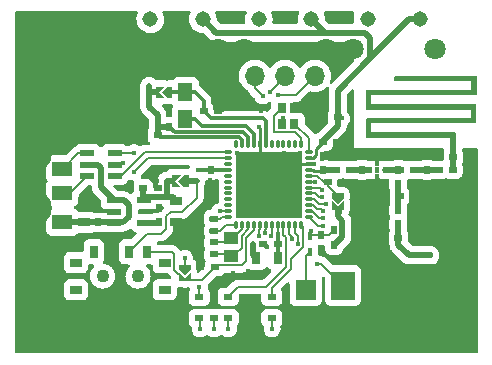
<source format=gbr>
%TF.GenerationSoftware,KiCad,Pcbnew,6.0.4-6f826c9f35~116~ubuntu18.04.1*%
%TF.CreationDate,2022-08-05T10:58:23+02:00*%
%TF.ProjectId,test,74657374-2e6b-4696-9361-645f70636258,rev?*%
%TF.SameCoordinates,Original*%
%TF.FileFunction,Copper,L1,Top*%
%TF.FilePolarity,Positive*%
%FSLAX46Y46*%
G04 Gerber Fmt 4.6, Leading zero omitted, Abs format (unit mm)*
G04 Created by KiCad (PCBNEW 6.0.4-6f826c9f35~116~ubuntu18.04.1) date 2022-08-05 10:58:23*
%MOMM*%
%LPD*%
G01*
G04 APERTURE LIST*
G04 Aperture macros list*
%AMRoundRect*
0 Rectangle with rounded corners*
0 $1 Rounding radius*
0 $2 $3 $4 $5 $6 $7 $8 $9 X,Y pos of 4 corners*
0 Add a 4 corners polygon primitive as box body*
4,1,4,$2,$3,$4,$5,$6,$7,$8,$9,$2,$3,0*
0 Add four circle primitives for the rounded corners*
1,1,$1+$1,$2,$3*
1,1,$1+$1,$4,$5*
1,1,$1+$1,$6,$7*
1,1,$1+$1,$8,$9*
0 Add four rect primitives between the rounded corners*
20,1,$1+$1,$2,$3,$4,$5,0*
20,1,$1+$1,$4,$5,$6,$7,0*
20,1,$1+$1,$6,$7,$8,$9,0*
20,1,$1+$1,$8,$9,$2,$3,0*%
%AMOutline5P*
0 Free polygon, 5 corners , with rotation*
0 The origin of the aperture is its center*
0 number of corners: always 5*
0 $1 to $10 corner X, Y*
0 $11 Rotation angle, in degrees counterclockwise*
0 create outline with 5 corners*
4,1,5,$1,$2,$3,$4,$5,$6,$7,$8,$9,$10,$1,$2,$11*%
%AMOutline6P*
0 Free polygon, 6 corners , with rotation*
0 The origin of the aperture is its center*
0 number of corners: always 6*
0 $1 to $12 corner X, Y*
0 $13 Rotation angle, in degrees counterclockwise*
0 create outline with 6 corners*
4,1,6,$1,$2,$3,$4,$5,$6,$7,$8,$9,$10,$11,$12,$1,$2,$13*%
%AMOutline7P*
0 Free polygon, 7 corners , with rotation*
0 The origin of the aperture is its center*
0 number of corners: always 7*
0 $1 to $14 corner X, Y*
0 $15 Rotation angle, in degrees counterclockwise*
0 create outline with 7 corners*
4,1,7,$1,$2,$3,$4,$5,$6,$7,$8,$9,$10,$11,$12,$13,$14,$1,$2,$15*%
%AMOutline8P*
0 Free polygon, 8 corners , with rotation*
0 The origin of the aperture is its center*
0 number of corners: always 8*
0 $1 to $16 corner X, Y*
0 $17 Rotation angle, in degrees counterclockwise*
0 create outline with 8 corners*
4,1,8,$1,$2,$3,$4,$5,$6,$7,$8,$9,$10,$11,$12,$13,$14,$15,$16,$1,$2,$17*%
G04 Aperture macros list end*
%TA.AperFunction,NonConductor*%
%ADD10C,0.000000*%
%TD*%
%TA.AperFunction,SMDPad,CuDef*%
%ADD11R,0.635000X0.508000*%
%TD*%
%TA.AperFunction,SMDPad,CuDef*%
%ADD12Outline8P,-0.300000X0.075000X-0.225000X0.150000X0.225000X0.150000X0.300000X0.075000X0.300000X-0.075000X0.225000X-0.150000X-0.225000X-0.150000X-0.300000X-0.075000X90.000000*%
%TD*%
%TA.AperFunction,SMDPad,CuDef*%
%ADD13Outline8P,-0.300000X0.075000X-0.225000X0.150000X0.225000X0.150000X0.300000X0.075000X0.300000X-0.075000X0.225000X-0.150000X-0.225000X-0.150000X-0.300000X-0.075000X180.000000*%
%TD*%
%TA.AperFunction,SMDPad,CuDef*%
%ADD14R,5.600000X5.600000*%
%TD*%
%TA.AperFunction,ComponentPad*%
%ADD15C,0.400000*%
%TD*%
%TA.AperFunction,ComponentPad*%
%ADD16R,1.700000X1.700000*%
%TD*%
%TA.AperFunction,ComponentPad*%
%ADD17O,1.700000X1.700000*%
%TD*%
%TA.AperFunction,SMDPad,CuDef*%
%ADD18R,0.800000X1.000000*%
%TD*%
%TA.AperFunction,SMDPad,CuDef*%
%ADD19R,0.300000X0.650000*%
%TD*%
%TA.AperFunction,SMDPad,CuDef*%
%ADD20C,0.254000*%
%TD*%
%TA.AperFunction,SMDPad,CuDef*%
%ADD21R,2.000000X2.400000*%
%TD*%
%TA.AperFunction,SMDPad,CuDef*%
%ADD22R,1.270000X0.508000*%
%TD*%
%TA.AperFunction,SMDPad,CuDef*%
%ADD23R,1.000000X0.800000*%
%TD*%
%TA.AperFunction,SMDPad,CuDef*%
%ADD24R,1.270000X1.524000*%
%TD*%
%TA.AperFunction,SMDPad,CuDef*%
%ADD25R,0.508000X0.635000*%
%TD*%
%TA.AperFunction,ComponentPad*%
%ADD26C,1.800000*%
%TD*%
%TA.AperFunction,ComponentPad*%
%ADD27C,1.308000*%
%TD*%
%TA.AperFunction,SMDPad,CuDef*%
%ADD28R,1.250000X1.000000*%
%TD*%
%TA.AperFunction,ComponentPad*%
%ADD29C,1.100000*%
%TD*%
%TA.AperFunction,SMDPad,CuDef*%
%ADD30R,0.700000X1.100000*%
%TD*%
%TA.AperFunction,SMDPad,CuDef*%
%ADD31RoundRect,0.125000X-0.875000X0.125000X-0.875000X-0.125000X0.875000X-0.125000X0.875000X0.125000X0*%
%TD*%
%TA.AperFunction,SMDPad,CuDef*%
%ADD32RoundRect,0.125000X-0.125000X0.175000X-0.125000X-0.175000X0.125000X-0.175000X0.125000X0.175000X0*%
%TD*%
%TA.AperFunction,SMDPad,CuDef*%
%ADD33R,2.200000X0.500000*%
%TD*%
%TA.AperFunction,SMDPad,CuDef*%
%ADD34R,1.700000X1.300000*%
%TD*%
%TA.AperFunction,ComponentPad*%
%ADD35C,2.850000*%
%TD*%
%TA.AperFunction,SMDPad,CuDef*%
%ADD36R,0.800000X0.500000*%
%TD*%
%TA.AperFunction,SMDPad,CuDef*%
%ADD37R,0.280000X0.550000*%
%TD*%
%TA.AperFunction,SMDPad,CuDef*%
%ADD38R,0.400000X0.600000*%
%TD*%
%TA.AperFunction,SMDPad,CuDef*%
%ADD39R,0.750000X0.850000*%
%TD*%
%TA.AperFunction,ViaPad*%
%ADD40C,0.400000*%
%TD*%
%TA.AperFunction,Conductor*%
%ADD41C,0.500000*%
%TD*%
%TA.AperFunction,Conductor*%
%ADD42C,0.300000*%
%TD*%
%TA.AperFunction,Conductor*%
%ADD43C,0.250000*%
%TD*%
%TA.AperFunction,Conductor*%
%ADD44C,0.200000*%
%TD*%
%TA.AperFunction,Conductor*%
%ADD45C,0.150000*%
%TD*%
G04 APERTURE END LIST*
D10*
G36*
X126862000Y-85799999D02*
G01*
X126499999Y-85799999D01*
X126000000Y-85300000D01*
X126499999Y-84800001D01*
X126862000Y-84800001D01*
X126862000Y-85799999D01*
G37*
G36*
X128402155Y-100265001D02*
G01*
X127902156Y-100765000D01*
X127402157Y-100265001D01*
X127402157Y-99903000D01*
X128402155Y-99903000D01*
X128402155Y-100265001D01*
G37*
G36*
X128402155Y-101300000D02*
G01*
X127402157Y-101300000D01*
X127402157Y-100515001D01*
X127902156Y-101015000D01*
X128402155Y-100515001D01*
X128402155Y-101300000D01*
G37*
G36*
X141350000Y-94207500D02*
G01*
X140850001Y-94707499D01*
X140350002Y-94207500D01*
X140350002Y-93845499D01*
X141350000Y-93845499D01*
X141350000Y-94207500D01*
G37*
G36*
X128229500Y-93267499D02*
G01*
X127867499Y-93267499D01*
X127367500Y-92767500D01*
X127867499Y-92267501D01*
X128229500Y-92267501D01*
X128229500Y-93267499D01*
G37*
G36*
X141350000Y-95242499D02*
G01*
X140350002Y-95242499D01*
X140350002Y-94457500D01*
X140850001Y-94957499D01*
X141350000Y-94457500D01*
X141350000Y-95242499D01*
G37*
G36*
X127117501Y-92767500D02*
G01*
X127617500Y-93267499D01*
X126832500Y-93267499D01*
X126832500Y-92267501D01*
X127617500Y-92267501D01*
X127117501Y-92767500D01*
G37*
G36*
X125750001Y-85300000D02*
G01*
X126250000Y-85799999D01*
X125465000Y-85799999D01*
X125465000Y-84800001D01*
X126250000Y-84800001D01*
X125750001Y-85300000D01*
G37*
D11*
%TO.P,C20,1,1*%
%TO.N,GND*%
X129202056Y-97000000D03*
%TO.P,C20,2,2*%
%TO.N,3V3*%
X130400001Y-97000000D03*
%TD*%
D12*
%TO.P,U1,1,VBAT*%
%TO.N,3V3*%
X132253686Y-96498398D03*
%TO.P,U1,2,PC14-OSC32_IN*%
%TO.N,Net-(C17-Pad1)*%
X132760797Y-96498398D03*
%TO.P,U1,3,PC15-OSC32_OUT*%
%TO.N,Net-(C18-Pad1)*%
X133260798Y-96498398D03*
%TO.P,U1,4,PH3-BOOT0*%
%TO.N,BOOT0*%
X133760797Y-96498398D03*
%TO.P,U1,5,PB8*%
%TO.N,Net-(FIXATION_ECRAN1-Pad3)*%
X134260799Y-96498398D03*
%TO.P,U1,6,PB9*%
%TO.N,Net-(FIXATION_ECRAN1-Pad4)*%
X134760798Y-96498398D03*
%TO.P,U1,7,NRST*%
%TO.N,Net-(C12-Pad1)*%
X135260797Y-96498398D03*
%TO.P,U1,8,VDDA/VREF+*%
%TO.N,Net-(C22-Pad1)*%
X135760798Y-96498398D03*
%TO.P,U1,9,PA0*%
%TO.N,PA0*%
X136260797Y-96498398D03*
%TO.P,U1,10,PA1*%
%TO.N,PA1*%
X136760799Y-96498398D03*
%TO.P,U1,11,PA2*%
%TO.N,PA2*%
X137260798Y-96498398D03*
%TO.P,U1,12,PA3*%
%TO.N,PA3*%
X137760797Y-96498398D03*
D13*
%TO.P,U1,13,PA4*%
%TO.N,PA4*%
X138398799Y-95851597D03*
%TO.P,U1,14,PA5*%
%TO.N,PA5*%
X138398799Y-95351598D03*
%TO.P,U1,15,PA6*%
%TO.N,PA6*%
X138398799Y-94851599D03*
%TO.P,U1,16,PA7*%
%TO.N,PA7*%
X138398799Y-94351598D03*
%TO.P,U1,17,PA8*%
%TO.N,PA8*%
X138398799Y-93851599D03*
%TO.P,U1,18,PA9*%
%TO.N,PA9*%
X138398799Y-93351597D03*
%TO.P,U1,19,PB2*%
%TO.N,PB2*%
X138398799Y-92851598D03*
%TO.P,U1,20,VDD/VDDT*%
%TO.N,Net-(C19-Pad1)*%
X138398799Y-92351599D03*
%TO.P,U1,21,RF1*%
%TO.N,Net-(C30-Pad2)*%
X138398799Y-91851598D03*
%TO.P,U1,22,RF0*%
%TO.N,GND*%
X138398799Y-91351599D03*
%TO.P,U1,23,VDDRF*%
%TO.N,3V3*%
X138398799Y-90851597D03*
%TO.P,U1,24,OSC_OUT*%
%TO.N,Net-(U1-Pad24)*%
X138398799Y-90351598D03*
D12*
%TO.P,U1,25,OSC_IN*%
%TO.N,Net-(U1-Pad25)*%
X137760797Y-89701597D03*
%TO.P,U1,26,AT0*%
%TO.N,unconnected-(U1-Pad26)*%
X137260798Y-89701597D03*
%TO.P,U1,27,AT1*%
%TO.N,unconnected-(U1-Pad27)*%
X136760799Y-89701597D03*
%TO.P,U1,28,PB0*%
%TO.N,unconnected-(U1-Pad28)*%
X136260797Y-89701597D03*
%TO.P,U1,29,PB1*%
%TO.N,unconnected-(U1-Pad29)*%
X135760798Y-89701597D03*
%TO.P,U1,30,PE4*%
%TO.N,unconnected-(U1-Pad30)*%
X135260797Y-89701597D03*
%TO.P,U1,31,VFBSMPS*%
%TO.N,Net-(C10-Pad1)*%
X134760798Y-89701597D03*
%TO.P,U1,32,VSSSMPS*%
%TO.N,GND*%
X134260799Y-89701597D03*
%TO.P,U1,33,VLXSMPS*%
%TO.N,Net-(L2-Pad2)*%
X133760797Y-89701597D03*
%TO.P,U1,34,VDDSMPS*%
%TO.N,3V3*%
X133260798Y-89701597D03*
%TO.P,U1,35,VDD*%
X132760797Y-89701597D03*
%TO.P,U1,36,PA10*%
%TO.N,unconnected-(U1-Pad36)*%
X132260798Y-89701597D03*
D13*
%TO.P,U1,37,PA11*%
%TO.N,/USB_N*%
X131601198Y-90351598D03*
%TO.P,U1,38,PA12*%
%TO.N,/USB_P*%
X131601198Y-90851597D03*
%TO.P,U1,39,PA13-SWDIO*%
%TO.N,unconnected-(U1-Pad39)*%
X131601198Y-91351599D03*
%TO.P,U1,40,VDDUSB*%
%TO.N,3V3*%
X131601198Y-91851598D03*
%TO.P,U1,41,PA14-SWCLK*%
%TO.N,unconnected-(U1-Pad41)*%
X131601198Y-92351599D03*
%TO.P,U1,42,PA15*%
%TO.N,unconnected-(U1-Pad42)*%
X131601198Y-92851598D03*
%TO.P,U1,43,PB3-SWO*%
%TO.N,unconnected-(U1-Pad43)*%
X131601198Y-93351597D03*
%TO.P,U1,44,PB4*%
%TO.N,unconnected-(U1-Pad44)*%
X131601198Y-93851599D03*
%TO.P,U1,45,PB5*%
%TO.N,unconnected-(U1-Pad45)*%
X131601198Y-94351598D03*
%TO.P,U1,46,PB6*%
%TO.N,unconnected-(U1-Pad46)*%
X131601198Y-94851599D03*
%TO.P,U1,47,PB7*%
%TO.N,Net-(FIXATION_ECRAN1-Pad2)*%
X131601198Y-95351598D03*
%TO.P,U1,48,VDD*%
%TO.N,3V3*%
X131601198Y-95851597D03*
D14*
%TO.P,U1,49,VSS_(ExPAD)*%
%TO.N,GND*%
X135000000Y-93100000D03*
%TD*%
D15*
%TO.P,,2*%
%TO.N,3V3*%
X130150000Y-97000000D03*
%TD*%
D16*
%TO.P,FIXATION_ECRAN1,1,1*%
%TO.N,GND*%
X131300000Y-83900000D03*
D17*
%TO.P,FIXATION_ECRAN1,2,2*%
%TO.N,Net-(FIXATION_ECRAN1-Pad2)*%
X133840000Y-83900000D03*
%TO.P,FIXATION_ECRAN1,3,3*%
%TO.N,Net-(FIXATION_ECRAN1-Pad3)*%
X136380000Y-83900000D03*
%TO.P,FIXATION_ECRAN1,4,4*%
%TO.N,Net-(FIXATION_ECRAN1-Pad4)*%
X138920000Y-83900000D03*
%TD*%
D18*
%TO.P,L3,1,1*%
%TO.N,3V3*%
X133957398Y-99300000D03*
%TO.P,L3,2,2*%
%TO.N,Net-(C22-Pad1)*%
X135760798Y-99300000D03*
%TD*%
D15*
%TO.P,,1*%
%TO.N,GND*%
X120200000Y-94250000D03*
%TD*%
D19*
%TO.P,D4,A,A*%
%TO.N,Net-(C12-Pad1)*%
X138500000Y-97425000D03*
%TO.P,D4,K,K*%
%TO.N,NRST*%
X138500000Y-98775000D03*
%TD*%
D11*
%TO.P,C28,1,1*%
%TO.N,Net-(C28-Pad1)*%
X146098972Y-94100000D03*
%TO.P,C28,2,2*%
%TO.N,GND*%
X144901027Y-94100000D03*
%TD*%
D15*
%TO.P,,1*%
%TO.N,GND*%
X130050000Y-92700000D03*
%TD*%
%TO.P,,1*%
%TO.N,GND*%
X132400000Y-95700000D03*
%TD*%
D20*
%TO.P,SB3,1,1*%
%TO.N,3V3*%
X127900000Y-100200001D03*
%TO.P,SB3,2,2*%
%TO.N,BOOT0*%
X127900000Y-101208000D03*
%TD*%
D11*
%TO.P,R2,1,1*%
%TO.N,BOOT0*%
X130435000Y-100100000D03*
%TO.P,R2,2,2*%
%TO.N,GND*%
X129165000Y-100100000D03*
%TD*%
D21*
%TO.P,BUZZER1,N*%
%TO.N,GND*%
X145300000Y-101650000D03*
%TO.P,BUZZER1,P*%
%TO.N,PB2*%
X141300000Y-101650000D03*
%TD*%
D15*
%TO.P,,1*%
%TO.N,GND*%
X121050000Y-95300000D03*
%TD*%
D22*
%TO.P,U2,1,1*%
%TO.N,/USB_N*%
X121969200Y-92362850D03*
%TO.P,U2,2,2*%
%TO.N,GND*%
X121969200Y-91412849D03*
%TO.P,U2,3,3*%
%TO.N,/USB_P*%
X121969200Y-90462851D03*
%TO.P,U2,4,4*%
%TO.N,Net-(U2-Pad4)*%
X119669200Y-90462851D03*
%TO.P,U2,5,5*%
%TO.N,5V_USB*%
X119669200Y-91412849D03*
%TO.P,U2,6,6*%
%TO.N,Net-(U2-Pad6)*%
X119669200Y-92362850D03*
%TD*%
D23*
%TO.P,C26,1,1*%
%TO.N,GND*%
X127200000Y-96301700D03*
%TO.P,C26,2,2*%
%TO.N,Net-(C26-Pad2)*%
X127200000Y-94498300D03*
%TD*%
D15*
%TO.P,,1*%
%TO.N,GND*%
X124600000Y-89250000D03*
%TD*%
%TO.P,,1*%
%TO.N,GND*%
X122700000Y-91300000D03*
%TD*%
D11*
%TO.P,C18,1,1*%
%TO.N,Net-(C18-Pad1)*%
X130400000Y-99000000D03*
%TO.P,C18,2,2*%
%TO.N,GND*%
X129202055Y-99000000D03*
%TD*%
%TO.P,C19,1,1*%
%TO.N,Net-(C19-Pad1)*%
X140001028Y-92900000D03*
%TO.P,C19,2,2*%
%TO.N,GND*%
X141198973Y-92900000D03*
%TD*%
D15*
%TO.P,,1*%
%TO.N,GND*%
X134350000Y-86850000D03*
%TD*%
%TO.P,,1*%
%TO.N,GND*%
X133250000Y-100400000D03*
%TD*%
%TO.P,,1*%
%TO.N,GND*%
X142600000Y-92900000D03*
%TD*%
%TO.P,,1*%
%TO.N,GND*%
X137650000Y-90400000D03*
%TD*%
D11*
%TO.P,C7,1,1*%
%TO.N,GND*%
X151848972Y-90798975D03*
%TO.P,C7,2,2*%
%TO.N,/ANT*%
X150651027Y-90798975D03*
%TD*%
D15*
%TO.P,,1*%
%TO.N,GND*%
X144350000Y-97600000D03*
%TD*%
%TO.P,,1*%
%TO.N,GND*%
X144200000Y-91350000D03*
%TD*%
D24*
%TO.P,L2,1,1*%
%TO.N,Net-(C10-Pad1)*%
X127960797Y-85257000D03*
%TO.P,L2,2,2*%
%TO.N,Net-(L2-Pad2)*%
X127960797Y-87543000D03*
%TD*%
D25*
%TO.P,C8,1,1*%
%TO.N,Net-(C4-Pad1)*%
X146000000Y-91850000D03*
%TO.P,C8,2,2*%
%TO.N,Net-(C28-Pad1)*%
X146000000Y-93047945D03*
%TD*%
D15*
%TO.P,,1*%
%TO.N,GND*%
X136243811Y-92969054D03*
%TD*%
D26*
%TO.P,BUTTON3,GND1*%
%TO.N,GND*%
X130700000Y-81650000D03*
%TO.P,BUTTON3,GND2*%
X123715000Y-81650000D03*
D27*
%TO.P,BUTTON3,P$1*%
%TO.N,3V3*%
X129430000Y-79110000D03*
%TO.P,BUTTON3,P$2*%
%TO.N,PA9*%
X124985000Y-79110000D03*
%TD*%
D15*
%TO.P,,1*%
%TO.N,GND*%
X142300000Y-99050000D03*
%TD*%
%TO.P,,1*%
%TO.N,GND*%
X129350000Y-99550000D03*
%TD*%
%TO.P,,1*%
%TO.N,GND*%
X142150000Y-90450000D03*
%TD*%
D28*
%TO.P,X2,1,OSC1*%
%TO.N,Net-(C17-Pad1)*%
X131800000Y-97650000D03*
%TO.P,X2,2,OSC2*%
%TO.N,Net-(C18-Pad1)*%
X131800000Y-99150000D03*
%TD*%
D15*
%TO.P,,1*%
%TO.N,GND*%
X132350000Y-90450000D03*
%TD*%
D22*
%TO.P,U3,1,VIN*%
%TO.N,5V_USB*%
X121930000Y-94447500D03*
%TO.P,U3,2,VSS*%
%TO.N,GND*%
X121930000Y-95387300D03*
%TO.P,U3,3,CE*%
%TO.N,5V_USB*%
X121930000Y-96352500D03*
%TO.P,U3,4,BYPASS*%
%TO.N,Net-(C25-Pad2)*%
X124470000Y-96352500D03*
%TO.P,U3,5,VOUT*%
%TO.N,Net-(C26-Pad2)*%
X124470000Y-94447500D03*
%TD*%
D15*
%TO.P,,1*%
%TO.N,GND*%
X132400000Y-92850000D03*
%TD*%
D25*
%TO.P,C6,1,1*%
%TO.N,Net-(C4-Pad2)*%
X148400000Y-91850000D03*
%TO.P,C6,2,2*%
%TO.N,GND*%
X148400000Y-93047945D03*
%TD*%
D15*
%TO.P,,1*%
%TO.N,GND*%
X136500000Y-101900000D03*
%TD*%
D11*
%TO.P,C4,1,1*%
%TO.N,Net-(C4-Pad1)*%
X146151028Y-91850000D03*
%TO.P,C4,2,2*%
%TO.N,Net-(C4-Pad2)*%
X147348973Y-91850000D03*
%TD*%
D15*
%TO.P,,1*%
%TO.N,GND*%
X125550000Y-92800000D03*
%TD*%
D11*
%TO.P,L6,1,1*%
%TO.N,Net-(C30-Pad2)*%
X140701030Y-91850000D03*
%TO.P,L6,2,2*%
%TO.N,Net-(C3-Pad2)*%
X141898975Y-91850000D03*
%TD*%
D15*
%TO.P,,1*%
%TO.N,GND*%
X142100000Y-95200000D03*
%TD*%
%TO.P,,1*%
%TO.N,GND*%
X139550000Y-90950000D03*
%TD*%
D23*
%TO.P,C23,1,1*%
%TO.N,GND*%
X119400000Y-94498300D03*
%TO.P,C23,2,2*%
%TO.N,5V_USB*%
X119400000Y-96301700D03*
%TD*%
D15*
%TO.P,,1*%
%TO.N,GND*%
X130300000Y-101900000D03*
%TD*%
D26*
%TO.P,BUTTON2,GND1*%
%TO.N,GND*%
X139900000Y-81650000D03*
%TO.P,BUTTON2,GND2*%
X132915000Y-81650000D03*
D27*
%TO.P,BUTTON2,P$1*%
%TO.N,3V3*%
X138630000Y-79110000D03*
%TO.P,BUTTON2,P$2*%
%TO.N,PA8*%
X134185000Y-79110000D03*
%TD*%
D15*
%TO.P,,1*%
%TO.N,GND*%
X134150000Y-88250000D03*
%TD*%
D11*
%TO.P,C16,1,1*%
%TO.N,3V3*%
X125598972Y-88900000D03*
%TO.P,C16,2,2*%
%TO.N,GND*%
X124401027Y-88900000D03*
%TD*%
D26*
%TO.P,BUTTON1,GND1*%
%TO.N,N/C*%
X149100000Y-81650000D03*
%TO.P,BUTTON1,GND2*%
%TO.N,GND*%
X142115000Y-81650000D03*
D27*
%TO.P,BUTTON1,P$1*%
%TO.N,3V3*%
X147830000Y-79110000D03*
%TO.P,BUTTON1,P$2*%
%TO.N,PA7*%
X143385000Y-79110000D03*
%TD*%
D15*
%TO.P,,1*%
%TO.N,GND*%
X138900000Y-88300000D03*
%TD*%
D20*
%TO.P,SB1,1,1*%
%TO.N,Net-(C10-Pad1)*%
X126599999Y-85300000D03*
%TO.P,SB1,2,2*%
%TO.N,3V3*%
X125592000Y-85300000D03*
%TD*%
D15*
%TO.P,,1*%
%TO.N,GND*%
X125100000Y-95350000D03*
%TD*%
D25*
%TO.P,R1,1,1*%
%TO.N,3V3*%
X140550000Y-98235000D03*
%TO.P,R1,2,2*%
%TO.N,Net-(C12-Pad1)*%
X140550000Y-96965000D03*
%TD*%
D15*
%TO.P,,3*%
%TO.N,3V3*%
X129000000Y-91850000D03*
%TD*%
D11*
%TO.P,C22,1,1*%
%TO.N,Net-(C22-Pad1)*%
X135760798Y-98100000D03*
%TO.P,C22,2,2*%
%TO.N,GND*%
X134562853Y-98100000D03*
%TD*%
%TO.P,C29,1,1*%
%TO.N,Net-(C29-Pad1)*%
X146000000Y-97600000D03*
%TO.P,C29,2,2*%
%TO.N,GND*%
X144802055Y-97600000D03*
%TD*%
D15*
%TO.P,,1*%
%TO.N,GND*%
X123000000Y-89450000D03*
%TD*%
D25*
%TO.P,C30,1,1*%
%TO.N,GND*%
X139650000Y-90652055D03*
%TO.P,C30,2,2*%
%TO.N,Net-(C30-Pad2)*%
X139650000Y-91850000D03*
%TD*%
D11*
%TO.P,L1,1,1*%
%TO.N,Net-(C4-Pad2)*%
X149401030Y-91850000D03*
%TO.P,L1,2,2*%
%TO.N,/ANT*%
X150598975Y-91850000D03*
%TD*%
D23*
%TO.P,SW2,0*%
%TO.N,N/C*%
X118700000Y-99702600D03*
X118700000Y-102002601D03*
X126200000Y-102002601D03*
X126200000Y-99702600D03*
D29*
X123950000Y-100852601D03*
X120950001Y-100852601D03*
D30*
%TO.P,SW2,1,1*%
%TO.N,unconnected-(SW2-Pad1)*%
X120200000Y-98802600D03*
%TO.P,SW2,2,2*%
%TO.N,3V3*%
X123200001Y-98802600D03*
%TO.P,SW2,3,3*%
%TO.N,BOOT0*%
X124700001Y-98802600D03*
%TD*%
D25*
%TO.P,C25,1,1*%
%TO.N,GND*%
X125700000Y-95101028D03*
%TO.P,C25,2,2*%
%TO.N,Net-(C25-Pad2)*%
X125700000Y-96298973D03*
%TD*%
%TO.P,L4,1,1*%
%TO.N,Net-(C28-Pad1)*%
X146000000Y-95251030D03*
%TO.P,L4,2,2*%
%TO.N,Net-(C29-Pad1)*%
X146000000Y-96448975D03*
%TD*%
D15*
%TO.P,,1*%
%TO.N,3V3*%
X130150000Y-96000000D03*
%TD*%
%TO.P,,1*%
%TO.N,GND*%
X128650000Y-96800000D03*
%TD*%
%TO.P,,4*%
%TO.N,3V3*%
X141200000Y-87500000D03*
%TD*%
%TO.P,,1*%
%TO.N,GND*%
X144200000Y-92350000D03*
%TD*%
%TO.P,,1*%
%TO.N,GND*%
X145050000Y-93750000D03*
%TD*%
D25*
%TO.P,C9,1,1*%
%TO.N,3V3*%
X126600000Y-88198972D03*
%TO.P,C9,2,2*%
%TO.N,GND*%
X126600000Y-87001027D03*
%TD*%
D15*
%TO.P,,1*%
%TO.N,GND*%
X137600000Y-95700000D03*
%TD*%
%TO.P,,1*%
%TO.N,GND*%
X134500000Y-90550000D03*
%TD*%
D31*
%TO.P,CN5,1,X*%
%TO.N,Net-(C29-Pad1)*%
X147914200Y-99100000D03*
D32*
%TO.P,CN5,2,Y*%
%TO.N,GND*%
X150022400Y-99100000D03*
D33*
X148600000Y-100575001D03*
X148600000Y-97624999D03*
%TD*%
D11*
%TO.P,C15,1,1*%
%TO.N,3V3*%
X130400000Y-96000000D03*
%TO.P,C15,2,2*%
%TO.N,GND*%
X129202055Y-96000000D03*
%TD*%
D15*
%TO.P,,1*%
%TO.N,GND*%
X142200000Y-93600000D03*
%TD*%
%TO.P,,1*%
%TO.N,GND*%
X136300000Y-90450000D03*
%TD*%
D25*
%TO.P,C3,1,1*%
%TO.N,GND*%
X142900000Y-93047945D03*
%TO.P,C3,2,2*%
%TO.N,Net-(C3-Pad2)*%
X142900000Y-91850000D03*
%TD*%
D20*
%TO.P,SB5,1,1*%
%TO.N,Net-(C19-Pad1)*%
X140850001Y-94100001D03*
%TO.P,SB5,2,2*%
%TO.N,3V3*%
X140850001Y-95108000D03*
%TD*%
D15*
%TO.P,,1*%
%TO.N,GND*%
X150400000Y-99100000D03*
%TD*%
%TO.P,,1*%
%TO.N,GND*%
X136200000Y-87500000D03*
%TD*%
%TO.P,,1*%
%TO.N,GND*%
X134300000Y-92900000D03*
%TD*%
D11*
%TO.P,C10,1,1*%
%TO.N,Net-(C10-Pad1)*%
X129501028Y-86900000D03*
%TO.P,C10,2,2*%
%TO.N,GND*%
X130698973Y-86900000D03*
%TD*%
%TO.P,C27,1,1*%
%TO.N,GND*%
X125598972Y-93400000D03*
%TO.P,C27,2,2*%
%TO.N,Net-(C26-Pad2)*%
X124401027Y-93400000D03*
%TD*%
D25*
%TO.P,C12,1,1*%
%TO.N,Net-(C12-Pad1)*%
X139400000Y-97401028D03*
%TO.P,C12,2,2*%
%TO.N,GND*%
X139400000Y-98598973D03*
%TD*%
%TO.P,C21,1,1*%
%TO.N,GND*%
X130100000Y-93049543D03*
%TO.P,C21,2,2*%
%TO.N,3V3*%
X130100000Y-91851598D03*
%TD*%
D34*
%TO.P,USB1,1,VBUS*%
%TO.N,5V_USB*%
X117550000Y-96300000D03*
%TO.P,USB1,2,D-*%
%TO.N,Net-(U2-Pad6)*%
X117550000Y-93800000D03*
%TO.P,USB1,3,D+*%
%TO.N,Net-(U2-Pad4)*%
X117550000Y-91800000D03*
%TO.P,USB1,4,GND*%
%TO.N,GND*%
X117550000Y-89300000D03*
D35*
%TO.P,USB1,SHELL,SHIELD*%
X115200000Y-90550000D03*
%TO.P,USB1,SHELL1,SHIELD*%
X115200000Y-95050000D03*
%TD*%
D15*
%TO.P,,1*%
%TO.N,GND*%
X132000000Y-100600000D03*
%TD*%
D36*
%TO.P,OXYMETER1,1*%
%TO.N,PA4*%
X135260000Y-104400000D03*
%TO.P,OXYMETER1,2*%
%TO.N,GND*%
X134040000Y-104400000D03*
%TO.P,OXYMETER1,3*%
X132812000Y-104400000D03*
%TO.P,OXYMETER1,4*%
%TO.N,PA2*%
X131588000Y-104400000D03*
%TO.P,OXYMETER1,5*%
%TO.N,PA1*%
X130360000Y-104400000D03*
%TO.P,OXYMETER1,6*%
%TO.N,PA5*%
X129140000Y-104400000D03*
%TO.P,OXYMETER1,7*%
%TO.N,PA6*%
X129140000Y-102600000D03*
%TO.P,OXYMETER1,8*%
%TO.N,GND*%
X130360000Y-102600000D03*
%TO.P,OXYMETER1,9*%
%TO.N,PA0*%
X131588000Y-102600000D03*
%TO.P,OXYMETER1,10*%
%TO.N,GND*%
X132812000Y-102600000D03*
%TO.P,OXYMETER1,11*%
X134040000Y-102600000D03*
%TO.P,OXYMETER1,12*%
%TO.N,PA3*%
X135260000Y-102600000D03*
%TD*%
D11*
%TO.P,C17,1,1*%
%TO.N,Net-(C17-Pad1)*%
X130400000Y-98000000D03*
%TO.P,C17,2,2*%
%TO.N,GND*%
X129202055Y-98000000D03*
%TD*%
D15*
%TO.P,,1*%
%TO.N,GND*%
X128650000Y-96000000D03*
%TD*%
D20*
%TO.P,SB4,1,1*%
%TO.N,3V3*%
X127932499Y-92767500D03*
%TO.P,SB4,2,2*%
%TO.N,Net-(C26-Pad2)*%
X126924500Y-92767500D03*
%TD*%
D16*
%TO.P,CONNECTEUR_NRST1,1,Pin_1*%
%TO.N,NRST*%
X138150000Y-102000000D03*
%TD*%
D37*
%TO.P,FLT1,1,I/O*%
%TO.N,Net-(C3-Pad2)*%
X143640001Y-91850000D03*
D38*
%TO.P,FLT1,2,GND*%
%TO.N,GND*%
X144200000Y-91849998D03*
D37*
%TO.P,FLT1,3,I/O*%
%TO.N,Net-(C4-Pad1)*%
X144759999Y-91850000D03*
%TD*%
D15*
%TO.P,,1*%
%TO.N,GND*%
X128000000Y-91600000D03*
%TD*%
D25*
%TO.P,C24,1,1*%
%TO.N,GND*%
X120600000Y-95101028D03*
%TO.P,C24,2,2*%
%TO.N,5V_USB*%
X120600000Y-96298973D03*
%TD*%
D15*
%TO.P,,1*%
%TO.N,GND*%
X138850000Y-91350000D03*
%TD*%
%TO.P,,1*%
%TO.N,GND*%
X137600000Y-86850000D03*
%TD*%
%TO.P,,1*%
%TO.N,GND*%
X137450000Y-93100000D03*
%TD*%
%TO.P,,1*%
%TO.N,GND*%
X134900000Y-98400000D03*
%TD*%
D11*
%TO.P,C1,1,1*%
%TO.N,GND*%
X140798972Y-89500000D03*
%TO.P,C1,2,2*%
%TO.N,3V3*%
X139601027Y-89500000D03*
%TD*%
D15*
%TO.P,,1*%
%TO.N,GND*%
X123450000Y-97250000D03*
%TD*%
D11*
%TO.P,C2,1,1*%
%TO.N,GND*%
X139651028Y-87350000D03*
%TO.P,C2,2,2*%
%TO.N,3V3*%
X140848973Y-87350000D03*
%TD*%
D15*
%TO.P,,1*%
%TO.N,GND*%
X131100000Y-86800000D03*
%TD*%
%TO.P,,1*%
%TO.N,GND*%
X148050000Y-93000000D03*
%TD*%
D39*
%TO.P,X1,1,OSC1*%
%TO.N,Net-(U1-Pad25)*%
X136129801Y-86583400D03*
%TO.P,X1,2,2*%
%TO.N,GND*%
X136129801Y-87933400D03*
%TO.P,X1,3,OSC2*%
%TO.N,Net-(U1-Pad24)*%
X137179801Y-87933400D03*
%TO.P,X1,4,4*%
%TO.N,GND*%
X137179801Y-86583400D03*
%TD*%
D15*
%TO.P,,1*%
%TO.N,GND*%
X126350000Y-86650000D03*
%TD*%
D40*
%TO.N,3V3*%
X133700000Y-98150000D03*
X124900000Y-84750000D03*
X127900000Y-99350000D03*
X128900000Y-92767500D03*
X141050000Y-95400000D03*
%TO.N,Net-(FIXATION_ECRAN1-Pad2)*%
X130876014Y-95379292D03*
X134500000Y-85600000D03*
%TO.N,Net-(FIXATION_ECRAN1-Pad3)*%
X134160298Y-97455658D03*
X135100000Y-85300000D03*
%TO.N,Net-(FIXATION_ECRAN1-Pad4)*%
X135800000Y-85500000D03*
X134686113Y-97160891D03*
%TO.N,Net-(C12-Pad1)*%
X135211298Y-97450000D03*
X138570000Y-97030000D03*
%TO.N,PA1*%
X130400000Y-105337500D03*
X137000000Y-97700000D03*
%TO.N,PA2*%
X137450500Y-98100000D03*
X131600000Y-105337500D03*
%TO.N,PA4*%
X135300000Y-105337500D03*
X139605918Y-96599473D03*
%TO.N,PA5*%
X129200000Y-105337500D03*
X139604924Y-95911527D03*
%TO.N,PA6*%
X139604924Y-95312024D03*
X129150000Y-101800000D03*
%TO.N,PA7*%
X139834246Y-94758118D03*
%TO.N,PA8*%
X139554540Y-94163937D03*
%TO.N,PA9*%
X139562625Y-93534767D03*
%TO.N,PB2*%
X139100000Y-99800011D03*
X138900000Y-92851099D03*
%TO.N,/USB_P*%
X123600000Y-92050000D03*
X123600000Y-90400000D03*
%TD*%
D41*
%TO.N,Net-(C26-Pad2)*%
X126800000Y-92767500D02*
X126400000Y-92767500D01*
X126365983Y-92800000D02*
X126365983Y-94150000D01*
X124400000Y-94377500D02*
X124400000Y-93401027D01*
X124470000Y-94447500D02*
X124400000Y-94377500D01*
X124400000Y-93401027D02*
X124401027Y-93400000D01*
D42*
%TO.N,3V3*%
X125598972Y-88898972D02*
X125600000Y-88897944D01*
D43*
X139023319Y-90561018D02*
X139023319Y-90077708D01*
D41*
X124900000Y-86500000D02*
X124900000Y-85500000D01*
D43*
X138424278Y-90826118D02*
X138758219Y-90826118D01*
D41*
X124900000Y-85500000D02*
X124900000Y-84750000D01*
X141150000Y-80250000D02*
X130570000Y-80250000D01*
X139601027Y-89399462D02*
X140850000Y-88150489D01*
X143600000Y-80700000D02*
X143150000Y-80250000D01*
X125600000Y-87200000D02*
X124900000Y-86500000D01*
X130570000Y-80250000D02*
X129430000Y-79110000D01*
X133700000Y-99042602D02*
X133957398Y-99300000D01*
D42*
X131993099Y-89100000D02*
X125802056Y-89100000D01*
D44*
X124702601Y-97300000D02*
X125899998Y-97300000D01*
D43*
X138758219Y-90826118D02*
X139023319Y-90561018D01*
D42*
X133260798Y-89701597D02*
X133260798Y-89060798D01*
D41*
X141150000Y-80250000D02*
X139770000Y-80250000D01*
X146890000Y-79110000D02*
X147830000Y-79110000D01*
D42*
X132760797Y-89332300D02*
X132480574Y-89052077D01*
D43*
X139023319Y-90077708D02*
X139601027Y-89500000D01*
D42*
X132041022Y-89052077D02*
X131993099Y-89100000D01*
D41*
X143600000Y-82050000D02*
X143600000Y-80700000D01*
X125600000Y-88200000D02*
X125600000Y-87200000D01*
D44*
X131048403Y-95851597D02*
X131601198Y-95851597D01*
D41*
X139601027Y-89500000D02*
X139601027Y-89399462D01*
D42*
X127055539Y-88654511D02*
X126600000Y-88198972D01*
X132854511Y-88654511D02*
X127055539Y-88654511D01*
D44*
X130900000Y-97000000D02*
X131401602Y-96498398D01*
D41*
X141253511Y-96197989D02*
X141253511Y-97531489D01*
X126600000Y-88198972D02*
X125601028Y-88198972D01*
X128900000Y-92767500D02*
X127932499Y-92767500D01*
X139770000Y-80250000D02*
X138630000Y-79110000D01*
D44*
X123200001Y-98802600D02*
X124702601Y-97300000D01*
X126300000Y-96899998D02*
X126300000Y-95800000D01*
X125899998Y-97300000D02*
X126300000Y-96899998D01*
D42*
X125802056Y-89100000D02*
X125600000Y-88897944D01*
D44*
X128900000Y-94200000D02*
X128900000Y-92767500D01*
D41*
X140850000Y-85150000D02*
X143600000Y-82400000D01*
D44*
X126700000Y-95400000D02*
X127700000Y-95400000D01*
D41*
X140850001Y-95794479D02*
X141253511Y-96197989D01*
X140850001Y-95250000D02*
X140850001Y-95794479D01*
D44*
X127900000Y-100200001D02*
X127900000Y-99350000D01*
X126300000Y-95800000D02*
X126700000Y-95400000D01*
D42*
X132480574Y-89052077D02*
X132041022Y-89052077D01*
X132760797Y-89701597D02*
X132760797Y-89332300D01*
D44*
X131401602Y-96498398D02*
X132253686Y-96498398D01*
D41*
X143600000Y-82400000D02*
X143600000Y-82050000D01*
D44*
X130900000Y-96000000D02*
X131048403Y-95851597D01*
D42*
X130100000Y-91851598D02*
X129000000Y-91851598D01*
D44*
X130400001Y-97000000D02*
X130900000Y-97000000D01*
D41*
X143600000Y-82400000D02*
X146890000Y-79110000D01*
D42*
X133260798Y-89060798D02*
X132854511Y-88654511D01*
D44*
X127700000Y-95400000D02*
X128900000Y-94200000D01*
D41*
X143150000Y-80250000D02*
X141150000Y-80250000D01*
X125600000Y-88897944D02*
X125600000Y-88200000D01*
D43*
X138398799Y-90851597D02*
X138424278Y-90826118D01*
D41*
X141253511Y-97531489D02*
X140550000Y-98235000D01*
D42*
X125601028Y-88198972D02*
X125600000Y-88200000D01*
D41*
X124900000Y-85300000D02*
X125450000Y-85300000D01*
X133700000Y-98150000D02*
X133700000Y-99042602D01*
D44*
X130400000Y-96000000D02*
X130900000Y-96000000D01*
D41*
X140850000Y-88150489D02*
X140850000Y-85150000D01*
D42*
X130100000Y-91851598D02*
X131601198Y-91851598D01*
D43*
%TO.N,GND*%
X134260799Y-92360799D02*
X135000000Y-93100000D01*
X135000000Y-93100000D02*
X136748401Y-91351599D01*
X134260799Y-89701597D02*
X134260799Y-92360799D01*
X136748401Y-91351599D02*
X138398799Y-91351599D01*
X134260799Y-89701597D02*
X134260799Y-88360799D01*
X134260799Y-88360799D02*
X134150000Y-88250000D01*
D44*
%TO.N,Net-(FIXATION_ECRAN1-Pad2)*%
X133840000Y-84940000D02*
X133840000Y-83900000D01*
D43*
X130876014Y-95379292D02*
X130903708Y-95351598D01*
D44*
X130903708Y-95351598D02*
X131601198Y-95351598D01*
X134500000Y-85600000D02*
X133840000Y-84940000D01*
%TO.N,Net-(FIXATION_ECRAN1-Pad3)*%
X134160298Y-97455658D02*
X134160298Y-96980290D01*
X136380000Y-84020000D02*
X136380000Y-83900000D01*
X134160298Y-96980290D02*
X134260799Y-96879789D01*
X134260799Y-96879789D02*
X134260799Y-96498398D01*
X135100000Y-85300000D02*
X136380000Y-84020000D01*
%TO.N,Net-(FIXATION_ECRAN1-Pad4)*%
X137320000Y-85500000D02*
X138920000Y-83900000D01*
X134686113Y-97160891D02*
X134686113Y-96913887D01*
X134686113Y-96913887D02*
X134760798Y-96839202D01*
X135800000Y-85500000D02*
X137320000Y-85500000D01*
X134760798Y-96839202D02*
X134760798Y-96498398D01*
%TO.N,NRST*%
X138500000Y-98775000D02*
X138150000Y-99125000D01*
X138150000Y-99125000D02*
X138150000Y-102000000D01*
D41*
%TO.N,Net-(C29-Pad1)*%
X146000000Y-97600000D02*
X146000000Y-98200000D01*
X146000000Y-96448975D02*
X146000000Y-97600000D01*
X146900000Y-99100000D02*
X147914200Y-99100000D01*
X146000000Y-98200000D02*
X146900000Y-99100000D01*
D44*
%TO.N,Net-(C17-Pad1)*%
X132760797Y-96825907D02*
X132760797Y-96498398D01*
X130400000Y-98000000D02*
X131586704Y-98000000D01*
X131586704Y-98000000D02*
X132760797Y-96825907D01*
%TO.N,Net-(C18-Pad1)*%
X132724511Y-97427199D02*
X133260798Y-96890912D01*
X130400000Y-99000000D02*
X132174022Y-99000000D01*
X132724511Y-98449511D02*
X132724511Y-97427199D01*
X133260798Y-96890912D02*
X133260798Y-96498398D01*
X132174022Y-99000000D02*
X132724511Y-98449511D01*
%TO.N,BOOT0*%
X133760797Y-96955919D02*
X133760797Y-96498398D01*
X133124031Y-97592685D02*
X133760797Y-96955919D01*
X130435000Y-100100000D02*
X130585489Y-99949511D01*
X132724511Y-99949511D02*
X133124031Y-99549991D01*
X127900000Y-101208000D02*
X126999511Y-100307511D01*
X126999511Y-99003089D02*
X126799022Y-98802600D01*
X133124031Y-99549991D02*
X133124031Y-97592685D01*
X126999511Y-100307511D02*
X126999511Y-99003089D01*
X129327000Y-101208000D02*
X130435000Y-100100000D01*
X126799022Y-98802600D02*
X124700001Y-98802600D01*
X130585489Y-99949511D02*
X132724511Y-99949511D01*
X129327000Y-101208000D02*
X127900000Y-101208000D01*
%TO.N,Net-(C12-Pad1)*%
X140150000Y-97365000D02*
X138635000Y-97365000D01*
X138570000Y-97300000D02*
X138635000Y-97365000D01*
X138570000Y-97030000D02*
X138570000Y-97300000D01*
X138500000Y-97100000D02*
X138570000Y-97030000D01*
X140550000Y-96965000D02*
X140150000Y-97365000D01*
X135260797Y-96498398D02*
X135260797Y-97400501D01*
X138560000Y-97365000D02*
X138500000Y-97425000D01*
X135260797Y-97400501D02*
X135211298Y-97450000D01*
X138635000Y-97365000D02*
X138560000Y-97365000D01*
D42*
%TO.N,Net-(C22-Pad1)*%
X135760798Y-98000000D02*
X135760798Y-97200000D01*
X135760798Y-98000000D02*
X135760798Y-99300000D01*
D44*
X135760798Y-96498398D02*
X135760798Y-97200000D01*
%TO.N,PA0*%
X136260797Y-96498398D02*
X136260797Y-97360797D01*
X134810798Y-101750000D02*
X132438000Y-101750000D01*
X132438000Y-101750000D02*
X131588000Y-102600000D01*
X136260797Y-97360797D02*
X136475084Y-97575084D01*
X136475084Y-100085714D02*
X134810798Y-101750000D01*
X136475084Y-97575084D02*
X136475084Y-100085714D01*
%TO.N,PA1*%
X136760799Y-97278108D02*
X136760799Y-96498398D01*
X130400000Y-105337500D02*
X130400000Y-104440000D01*
X137000000Y-97700000D02*
X137000000Y-97517309D01*
X137000000Y-97517309D02*
X136760799Y-97278108D01*
X130400000Y-104440000D02*
X130360000Y-104400000D01*
%TO.N,PA2*%
X137450500Y-98049500D02*
X137525000Y-97975000D01*
X131600000Y-105337500D02*
X131600000Y-104412000D01*
X137525000Y-97441268D02*
X137260798Y-97177066D01*
X137260798Y-97177066D02*
X137260798Y-96498398D01*
X137525000Y-97975000D02*
X137525000Y-97441268D01*
X131600000Y-104412000D02*
X131588000Y-104400000D01*
X137450500Y-98100000D02*
X137450500Y-98049500D01*
%TO.N,PA3*%
X135260000Y-101865804D02*
X135260000Y-102600000D01*
X136874604Y-100251200D02*
X135260000Y-101865804D01*
X137760797Y-96498398D02*
X137950000Y-96687601D01*
X137950000Y-98350000D02*
X136874604Y-99425396D01*
X136874604Y-99425396D02*
X136874604Y-100251200D01*
X137950000Y-96687601D02*
X137950000Y-98350000D01*
%TO.N,PA4*%
X138398799Y-95851597D02*
X139146675Y-96599473D01*
X135300000Y-104440000D02*
X135260000Y-104400000D01*
X139146675Y-96599473D02*
X139605918Y-96599473D01*
X135300000Y-105337500D02*
X135300000Y-104440000D01*
%TO.N,PA5*%
X129200000Y-105337500D02*
X129200000Y-104460000D01*
X139604924Y-95911527D02*
X139593397Y-95900000D01*
X138698064Y-95351598D02*
X138398799Y-95351598D01*
X139593397Y-95900000D02*
X139246466Y-95900000D01*
X139246466Y-95900000D02*
X138698064Y-95351598D01*
X129200000Y-104460000D02*
X129140000Y-104400000D01*
%TO.N,PA6*%
X138784872Y-94851599D02*
X138398799Y-94851599D01*
X139451018Y-95158118D02*
X139091391Y-95158118D01*
X139091391Y-95158118D02*
X138784872Y-94851599D01*
X129150000Y-101800000D02*
X129140000Y-101810000D01*
X129140000Y-101810000D02*
X129140000Y-102600000D01*
X139604924Y-95312024D02*
X139451018Y-95158118D01*
%TO.N,PA7*%
X139257077Y-94758118D02*
X139834246Y-94758118D01*
X138850557Y-94351598D02*
X139257077Y-94758118D01*
X138398799Y-94351598D02*
X138850557Y-94351598D01*
%TO.N,PA8*%
X139554540Y-94163937D02*
X139263937Y-94163937D01*
X138951599Y-93851599D02*
X138398799Y-93851599D01*
X139263937Y-94163937D02*
X138951599Y-93851599D01*
%TO.N,PA9*%
X138418301Y-93371099D02*
X138398799Y-93351597D01*
X139398957Y-93371099D02*
X138418301Y-93371099D01*
X139562625Y-93534767D02*
X139398957Y-93371099D01*
%TO.N,PB2*%
X139100000Y-99800011D02*
X139450011Y-99800011D01*
X139450011Y-99800011D02*
X141300000Y-101650000D01*
X138900000Y-92851099D02*
X138899501Y-92851598D01*
X138899501Y-92851598D02*
X138398799Y-92851598D01*
%TO.N,Net-(C19-Pad1)*%
X138398799Y-92351599D02*
X139106916Y-92351599D01*
X140001028Y-92900000D02*
X140001028Y-93251028D01*
X140001028Y-93251028D02*
X140850001Y-94100001D01*
X139655317Y-92900000D02*
X140001028Y-92900000D01*
X140850001Y-94094684D02*
X140850001Y-94100001D01*
X139106916Y-92351599D02*
X139655317Y-92900000D01*
D41*
%TO.N,Net-(C30-Pad2)*%
X139650000Y-91850000D02*
X140701030Y-91850000D01*
D43*
X138398799Y-91851598D02*
X138424280Y-91877079D01*
X138424280Y-91877079D02*
X138758219Y-91877079D01*
X139572921Y-91927079D02*
X139650000Y-91850000D01*
X138808219Y-91927079D02*
X139572921Y-91927079D01*
X138758219Y-91877079D02*
X138808219Y-91927079D01*
D44*
%TO.N,Net-(U1-Pad24)*%
X138398799Y-90351598D02*
X138398799Y-89152398D01*
X138398799Y-89152398D02*
X137179801Y-87933400D01*
%TO.N,Net-(U1-Pad25)*%
X135450000Y-87263201D02*
X136129801Y-86583400D01*
X135455290Y-88657911D02*
X135450000Y-88652621D01*
X137760797Y-89139203D02*
X137760797Y-89701597D01*
X135450000Y-88652621D02*
X135450000Y-87263201D01*
X137279505Y-88657911D02*
X135455290Y-88657911D01*
X137760797Y-89139203D02*
X137279505Y-88657911D01*
D42*
%TO.N,Net-(C10-Pad1)*%
X126599999Y-85300000D02*
X127917797Y-85300000D01*
X134760798Y-87760798D02*
X134503511Y-87503511D01*
X134760798Y-89701597D02*
X134760798Y-87760798D01*
X129501028Y-86900000D02*
X129501028Y-86001028D01*
X128757000Y-85257000D02*
X127960797Y-85257000D01*
X134503511Y-87503511D02*
X130104539Y-87503511D01*
X127917797Y-85300000D02*
X127960797Y-85257000D01*
X130104539Y-87503511D02*
X129501028Y-86900000D01*
X129501028Y-86001028D02*
X128757000Y-85257000D01*
%TO.N,Net-(L2-Pad2)*%
X133061420Y-88154992D02*
X133760797Y-88854369D01*
X128743000Y-87543000D02*
X129354991Y-88154991D01*
X129354991Y-88154991D02*
X133061420Y-88154992D01*
X127960797Y-87543000D02*
X128743000Y-87543000D01*
X133760797Y-88854369D02*
X133760797Y-89701597D01*
D44*
%TO.N,/USB_N*%
X124519451Y-90351598D02*
X122508199Y-92362850D01*
X122508199Y-92362850D02*
X121969200Y-92362850D01*
X124519451Y-90351598D02*
X131601198Y-90351598D01*
%TO.N,/USB_P*%
X124798403Y-90851597D02*
X123600000Y-92050000D01*
X121969200Y-90462851D02*
X123562851Y-90462851D01*
X131601198Y-90851597D02*
X124798403Y-90851597D01*
D45*
%TO.N,Net-(U2-Pad4)*%
X117570000Y-91750000D02*
X118857149Y-90462851D01*
X118857149Y-90462851D02*
X119669200Y-90462851D01*
D41*
%TO.N,5V_USB*%
X120800000Y-91666851D02*
X120545998Y-91412849D01*
X122701027Y-96298973D02*
X123150000Y-95850000D01*
D43*
X120551027Y-96250000D02*
X120600000Y-96298973D01*
D41*
X123150000Y-95850000D02*
X123150000Y-94850000D01*
X123150000Y-94850000D02*
X122747500Y-94447500D01*
X120545998Y-91412849D02*
X119669200Y-91412849D01*
X121930000Y-94447500D02*
X120800000Y-93317500D01*
X120800000Y-93317500D02*
X120800000Y-91666851D01*
X117570000Y-96250000D02*
X120551027Y-96250000D01*
X120600000Y-96298973D02*
X122701027Y-96298973D01*
X122747500Y-94447500D02*
X121930000Y-94447500D01*
D45*
%TO.N,Net-(U2-Pad6)*%
X118282050Y-93750000D02*
X119669200Y-92362850D01*
X117570000Y-93750000D02*
X118282050Y-93750000D01*
D41*
%TO.N,Net-(C25-Pad2)*%
X125646473Y-96352500D02*
X125700000Y-96298973D01*
X124470000Y-96352500D02*
X125646473Y-96352500D01*
%TO.N,Net-(C26-Pad2)*%
X126871700Y-94170000D02*
X127200000Y-94498300D01*
X124470000Y-94170000D02*
X126871700Y-94170000D01*
X124470000Y-94447500D02*
X124470000Y-94170000D01*
%TO.N,Net-(C3-Pad2)*%
X141898975Y-91850000D02*
X143500000Y-91850000D01*
%TO.N,Net-(C4-Pad1)*%
X144900000Y-91850000D02*
X146000000Y-91850000D01*
%TO.N,Net-(C28-Pad1)*%
X146000000Y-93047945D02*
X146000000Y-95251030D01*
%TO.N,Net-(C4-Pad2)*%
X147348973Y-91850000D02*
X149401030Y-91850000D01*
%TO.N,/ANT*%
X150600000Y-91848975D02*
X150600000Y-90050000D01*
X150598975Y-91850000D02*
X150600000Y-91848975D01*
%TD*%
%TA.AperFunction,Conductor*%
%TO.N,GND*%
G36*
X123899861Y-78428502D02*
G01*
X123946354Y-78482158D01*
X123956458Y-78552432D01*
X123943248Y-78593167D01*
X123906389Y-78663225D01*
X123904675Y-78668746D01*
X123904673Y-78668750D01*
X123899183Y-78686433D01*
X123843032Y-78867267D01*
X123817920Y-79079439D01*
X123831894Y-79292634D01*
X123884485Y-79499713D01*
X123973933Y-79693740D01*
X124097241Y-79868218D01*
X124250281Y-80017302D01*
X124427927Y-80136001D01*
X124433230Y-80138279D01*
X124433233Y-80138281D01*
X124600509Y-80210148D01*
X124624229Y-80220339D01*
X124711630Y-80240116D01*
X124826977Y-80266217D01*
X124826980Y-80266217D01*
X124832613Y-80267492D01*
X124838384Y-80267719D01*
X124838386Y-80267719D01*
X124903363Y-80270272D01*
X125046101Y-80275880D01*
X125151822Y-80260551D01*
X125251829Y-80246051D01*
X125251834Y-80246050D01*
X125257543Y-80245222D01*
X125263007Y-80243367D01*
X125263012Y-80243366D01*
X125454389Y-80178402D01*
X125459857Y-80176546D01*
X125646268Y-80072151D01*
X125810533Y-79935533D01*
X125947151Y-79771268D01*
X126051546Y-79584857D01*
X126090026Y-79471498D01*
X126118366Y-79388012D01*
X126118367Y-79388007D01*
X126120222Y-79382543D01*
X126127191Y-79334484D01*
X126150347Y-79174775D01*
X126150880Y-79171101D01*
X126152480Y-79110000D01*
X126132930Y-78897244D01*
X126126092Y-78872996D01*
X126076504Y-78697172D01*
X126076503Y-78697170D01*
X126074936Y-78691613D01*
X126063662Y-78668750D01*
X126024939Y-78590228D01*
X126012749Y-78520286D01*
X126040309Y-78454856D01*
X126098867Y-78414713D01*
X126137945Y-78408500D01*
X128276740Y-78408500D01*
X128344861Y-78428502D01*
X128391354Y-78482158D01*
X128401458Y-78552432D01*
X128388248Y-78593167D01*
X128351389Y-78663225D01*
X128349675Y-78668746D01*
X128349673Y-78668750D01*
X128344183Y-78686433D01*
X128288032Y-78867267D01*
X128262920Y-79079439D01*
X128276894Y-79292634D01*
X128329485Y-79499713D01*
X128418933Y-79693740D01*
X128542241Y-79868218D01*
X128695281Y-80017302D01*
X128872927Y-80136001D01*
X128878230Y-80138279D01*
X128878233Y-80138281D01*
X129045509Y-80210148D01*
X129069229Y-80220339D01*
X129156630Y-80240116D01*
X129271977Y-80266217D01*
X129271980Y-80266217D01*
X129277613Y-80267492D01*
X129283384Y-80267719D01*
X129283386Y-80267719D01*
X129475236Y-80275257D01*
X129542519Y-80297918D01*
X129559384Y-80312065D01*
X129986230Y-80738911D01*
X129998616Y-80753323D01*
X130007149Y-80764918D01*
X130007154Y-80764923D01*
X130011492Y-80770818D01*
X130017070Y-80775557D01*
X130017073Y-80775560D01*
X130051768Y-80805035D01*
X130059284Y-80811965D01*
X130064979Y-80817660D01*
X130067861Y-80819940D01*
X130087251Y-80835281D01*
X130090655Y-80838072D01*
X130140703Y-80880591D01*
X130146285Y-80885333D01*
X130152801Y-80888661D01*
X130157838Y-80892020D01*
X130162977Y-80895194D01*
X130168716Y-80899734D01*
X130175349Y-80902834D01*
X130234837Y-80930636D01*
X130238791Y-80932569D01*
X130303808Y-80965769D01*
X130310924Y-80967510D01*
X130316554Y-80969604D01*
X130322321Y-80971523D01*
X130328950Y-80974621D01*
X130336110Y-80976110D01*
X130336112Y-80976111D01*
X130400396Y-80989482D01*
X130404680Y-80990452D01*
X130475610Y-81007808D01*
X130481212Y-81008156D01*
X130481215Y-81008156D01*
X130486764Y-81008500D01*
X130486762Y-81008536D01*
X130490752Y-81008775D01*
X130494950Y-81009150D01*
X130502115Y-81010640D01*
X130579520Y-81008546D01*
X130582928Y-81008500D01*
X139682058Y-81008500D01*
X139693258Y-81008999D01*
X139694953Y-81009150D01*
X139702115Y-81010640D01*
X139779520Y-81008546D01*
X139782928Y-81008500D01*
X142076779Y-81008500D01*
X142144900Y-81028502D01*
X142191393Y-81082158D01*
X142202778Y-81133989D01*
X142202842Y-81149785D01*
X142208506Y-82540948D01*
X142209013Y-82665602D01*
X142189288Y-82733804D01*
X142172109Y-82755210D01*
X140395313Y-84532006D01*
X140333001Y-84566032D01*
X140262186Y-84560967D01*
X140205350Y-84518420D01*
X140180539Y-84451900D01*
X140188214Y-84402049D01*
X140187430Y-84401811D01*
X140250865Y-84193023D01*
X140250865Y-84193021D01*
X140252370Y-84188069D01*
X140281529Y-83966590D01*
X140283156Y-83900000D01*
X140264852Y-83677361D01*
X140210431Y-83460702D01*
X140121354Y-83255840D01*
X140000014Y-83068277D01*
X139849670Y-82903051D01*
X139845619Y-82899852D01*
X139845615Y-82899848D01*
X139678414Y-82767800D01*
X139678410Y-82767798D01*
X139674359Y-82764598D01*
X139478789Y-82656638D01*
X139473920Y-82654914D01*
X139473916Y-82654912D01*
X139273087Y-82583795D01*
X139273083Y-82583794D01*
X139268212Y-82582069D01*
X139263119Y-82581162D01*
X139263116Y-82581161D01*
X139053373Y-82543800D01*
X139053367Y-82543799D01*
X139048284Y-82542894D01*
X138974452Y-82541992D01*
X138830081Y-82540228D01*
X138830079Y-82540228D01*
X138824911Y-82540165D01*
X138604091Y-82573955D01*
X138391756Y-82643357D01*
X138361443Y-82659137D01*
X138226289Y-82729494D01*
X138193607Y-82746507D01*
X138189474Y-82749610D01*
X138189471Y-82749612D01*
X138019100Y-82877530D01*
X138014965Y-82880635D01*
X138011393Y-82884373D01*
X137922852Y-82977026D01*
X137860629Y-83042138D01*
X137753201Y-83199621D01*
X137698293Y-83244621D01*
X137627768Y-83252792D01*
X137564021Y-83221538D01*
X137543324Y-83197054D01*
X137462822Y-83072617D01*
X137462820Y-83072614D01*
X137460014Y-83068277D01*
X137309670Y-82903051D01*
X137305619Y-82899852D01*
X137305615Y-82899848D01*
X137138414Y-82767800D01*
X137138410Y-82767798D01*
X137134359Y-82764598D01*
X136938789Y-82656638D01*
X136933920Y-82654914D01*
X136933916Y-82654912D01*
X136733087Y-82583795D01*
X136733083Y-82583794D01*
X136728212Y-82582069D01*
X136723119Y-82581162D01*
X136723116Y-82581161D01*
X136513373Y-82543800D01*
X136513367Y-82543799D01*
X136508284Y-82542894D01*
X136434452Y-82541992D01*
X136290081Y-82540228D01*
X136290079Y-82540228D01*
X136284911Y-82540165D01*
X136064091Y-82573955D01*
X135851756Y-82643357D01*
X135821443Y-82659137D01*
X135686289Y-82729494D01*
X135653607Y-82746507D01*
X135649474Y-82749610D01*
X135649471Y-82749612D01*
X135479100Y-82877530D01*
X135474965Y-82880635D01*
X135471393Y-82884373D01*
X135382852Y-82977026D01*
X135320629Y-83042138D01*
X135213201Y-83199621D01*
X135158293Y-83244621D01*
X135087768Y-83252792D01*
X135024021Y-83221538D01*
X135003324Y-83197054D01*
X134922822Y-83072617D01*
X134922820Y-83072614D01*
X134920014Y-83068277D01*
X134769670Y-82903051D01*
X134765619Y-82899852D01*
X134765615Y-82899848D01*
X134598414Y-82767800D01*
X134598410Y-82767798D01*
X134594359Y-82764598D01*
X134398789Y-82656638D01*
X134393920Y-82654914D01*
X134393916Y-82654912D01*
X134193087Y-82583795D01*
X134193083Y-82583794D01*
X134188212Y-82582069D01*
X134183119Y-82581162D01*
X134183116Y-82581161D01*
X133973373Y-82543800D01*
X133973367Y-82543799D01*
X133968284Y-82542894D01*
X133894452Y-82541992D01*
X133750081Y-82540228D01*
X133750079Y-82540228D01*
X133744911Y-82540165D01*
X133524091Y-82573955D01*
X133311756Y-82643357D01*
X133281443Y-82659137D01*
X133146289Y-82729494D01*
X133113607Y-82746507D01*
X133109474Y-82749610D01*
X133109471Y-82749612D01*
X132939100Y-82877530D01*
X132934965Y-82880635D01*
X132931393Y-82884373D01*
X132842852Y-82977026D01*
X132780629Y-83042138D01*
X132654743Y-83226680D01*
X132639003Y-83260590D01*
X132586716Y-83373233D01*
X132560688Y-83429305D01*
X132500989Y-83644570D01*
X132477251Y-83866695D01*
X132477548Y-83871848D01*
X132477548Y-83871851D01*
X132484995Y-84000999D01*
X132490110Y-84089715D01*
X132491247Y-84094761D01*
X132491248Y-84094767D01*
X132514738Y-84198998D01*
X132539222Y-84307639D01*
X132623266Y-84514616D01*
X132625965Y-84519020D01*
X132735832Y-84698307D01*
X132739987Y-84705088D01*
X132886250Y-84873938D01*
X133058126Y-85016632D01*
X133150747Y-85070755D01*
X133225986Y-85114721D01*
X133274710Y-85166359D01*
X133278825Y-85175292D01*
X133305314Y-85239244D01*
X133305317Y-85239249D01*
X133308476Y-85246876D01*
X133313503Y-85253427D01*
X133313504Y-85253429D01*
X133381520Y-85342069D01*
X133381526Y-85342075D01*
X133406013Y-85373987D01*
X133412563Y-85379013D01*
X133412564Y-85379014D01*
X133431376Y-85393449D01*
X133443766Y-85404315D01*
X133618512Y-85579060D01*
X133787056Y-85747604D01*
X133816287Y-85793399D01*
X133864085Y-85924015D01*
X133868322Y-85930321D01*
X133868324Y-85930324D01*
X133890653Y-85963552D01*
X133959730Y-86066349D01*
X133965346Y-86071459D01*
X134069662Y-86166379D01*
X134086565Y-86181760D01*
X134237268Y-86263585D01*
X134403139Y-86307101D01*
X134490586Y-86308474D01*
X134567003Y-86309675D01*
X134567006Y-86309675D01*
X134574602Y-86309794D01*
X134582006Y-86308098D01*
X134582008Y-86308098D01*
X134675759Y-86286626D01*
X134741759Y-86271510D01*
X134894958Y-86194459D01*
X134900729Y-86189530D01*
X134900732Y-86189528D01*
X135019577Y-86088024D01*
X135025355Y-86083089D01*
X135028413Y-86078833D01*
X135088383Y-86042747D01*
X135159349Y-86044840D01*
X135217917Y-86084968D01*
X135245493Y-86150391D01*
X135246301Y-86164637D01*
X135246301Y-86554161D01*
X135226299Y-86622282D01*
X135209396Y-86643256D01*
X135053766Y-86798886D01*
X135041375Y-86809753D01*
X135016013Y-86829214D01*
X134991526Y-86861126D01*
X134991523Y-86861129D01*
X134972970Y-86885308D01*
X134915633Y-86927174D01*
X134844762Y-86931395D01*
X134822969Y-86924240D01*
X134798977Y-86913858D01*
X134788316Y-86908635D01*
X134754795Y-86890206D01*
X134754793Y-86890205D01*
X134747848Y-86886387D01*
X134727070Y-86881052D01*
X134708380Y-86874653D01*
X134688687Y-86866131D01*
X134643063Y-86858905D01*
X134631440Y-86856498D01*
X134598566Y-86848058D01*
X134586699Y-86845011D01*
X134565252Y-86845011D01*
X134545542Y-86843460D01*
X134532188Y-86841345D01*
X134524359Y-86840105D01*
X134478370Y-86844452D01*
X134466515Y-86845011D01*
X130453028Y-86845011D01*
X130384907Y-86825009D01*
X130338414Y-86771353D01*
X130327028Y-86719011D01*
X130327028Y-86597866D01*
X130320273Y-86535684D01*
X130269143Y-86399295D01*
X130184702Y-86286626D01*
X130159854Y-86220120D01*
X130159528Y-86211061D01*
X130159528Y-86083084D01*
X130160087Y-86071228D01*
X130160087Y-86071225D01*
X130161816Y-86063491D01*
X130159590Y-85992659D01*
X130159528Y-85988701D01*
X130159528Y-85959596D01*
X130158972Y-85955196D01*
X130158040Y-85943358D01*
X130157433Y-85924015D01*
X130156590Y-85897197D01*
X130150608Y-85876607D01*
X130146598Y-85857244D01*
X130144903Y-85843824D01*
X130144903Y-85843823D01*
X130143910Y-85835964D01*
X130140994Y-85828599D01*
X130140993Y-85828595D01*
X130126904Y-85793010D01*
X130123059Y-85781781D01*
X130112384Y-85745038D01*
X130110173Y-85737427D01*
X130099258Y-85718971D01*
X130090559Y-85701215D01*
X130090210Y-85700335D01*
X130082663Y-85681272D01*
X130055508Y-85643896D01*
X130048993Y-85633977D01*
X130029520Y-85601051D01*
X130029517Y-85601047D01*
X130025480Y-85594221D01*
X130010319Y-85579060D01*
X129997477Y-85564025D01*
X129984869Y-85546671D01*
X129949276Y-85517226D01*
X129940495Y-85509236D01*
X129280651Y-84849391D01*
X129272663Y-84840612D01*
X129268416Y-84833920D01*
X129241447Y-84808594D01*
X129216742Y-84785395D01*
X129213900Y-84782640D01*
X129193333Y-84762073D01*
X129189826Y-84759353D01*
X129180804Y-84751647D01*
X129147133Y-84720028D01*
X129148812Y-84718240D01*
X129112885Y-84671655D01*
X129104297Y-84625934D01*
X129104297Y-84446866D01*
X129097542Y-84384684D01*
X129046412Y-84248295D01*
X128959058Y-84131739D01*
X128842502Y-84044385D01*
X128706113Y-83993255D01*
X128643931Y-83986500D01*
X127277663Y-83986500D01*
X127215481Y-83993255D01*
X127079092Y-84044385D01*
X126962536Y-84131739D01*
X126957155Y-84138919D01*
X126880600Y-84241066D01*
X126823741Y-84283581D01*
X126779774Y-84291501D01*
X126571072Y-84291501D01*
X126558943Y-84290146D01*
X126558904Y-84290628D01*
X126549953Y-84289908D01*
X126541199Y-84287927D01*
X126491262Y-84291025D01*
X126487490Y-84291259D01*
X126479688Y-84291501D01*
X126463486Y-84291501D01*
X126454570Y-84292778D01*
X126453121Y-84292985D01*
X126443071Y-84294014D01*
X126410250Y-84296051D01*
X126395821Y-84296946D01*
X126389923Y-84299075D01*
X126338377Y-84298602D01*
X126299956Y-84289908D01*
X126299954Y-84289908D01*
X126291200Y-84287927D01*
X126241263Y-84291025D01*
X126237491Y-84291259D01*
X126229689Y-84291501D01*
X125569158Y-84291501D01*
X125501037Y-84271499D01*
X125482505Y-84256973D01*
X125362772Y-84143548D01*
X125362768Y-84143545D01*
X125357453Y-84138510D01*
X125204510Y-84049674D01*
X125197506Y-84047553D01*
X125197502Y-84047551D01*
X125066512Y-84007879D01*
X125035233Y-83998405D01*
X124858702Y-83987453D01*
X124851486Y-83988693D01*
X124851484Y-83988693D01*
X124691602Y-84016166D01*
X124684386Y-84017406D01*
X124521636Y-84086657D01*
X124515748Y-84090990D01*
X124515743Y-84090993D01*
X124451176Y-84138510D01*
X124379182Y-84191492D01*
X124374443Y-84197070D01*
X124374440Y-84197073D01*
X124269406Y-84320706D01*
X124269403Y-84320710D01*
X124264667Y-84326285D01*
X124184231Y-84483808D01*
X124182492Y-84490913D01*
X124182491Y-84490917D01*
X124175615Y-84519020D01*
X124142192Y-84655610D01*
X124141500Y-84666764D01*
X124141500Y-85272165D01*
X124141258Y-85279966D01*
X124137453Y-85341298D01*
X124138693Y-85348514D01*
X124139680Y-85354257D01*
X124141500Y-85375596D01*
X124141500Y-86432930D01*
X124140067Y-86451880D01*
X124138637Y-86461282D01*
X124136801Y-86473349D01*
X124137394Y-86480641D01*
X124137394Y-86480644D01*
X124141085Y-86526018D01*
X124141500Y-86536233D01*
X124141500Y-86544293D01*
X124143049Y-86557583D01*
X124144789Y-86572507D01*
X124145222Y-86576882D01*
X124149055Y-86624000D01*
X124151140Y-86649637D01*
X124153396Y-86656601D01*
X124154587Y-86662560D01*
X124155971Y-86668415D01*
X124156818Y-86675681D01*
X124181735Y-86744327D01*
X124183152Y-86748455D01*
X124199939Y-86800272D01*
X124205649Y-86817899D01*
X124209445Y-86824154D01*
X124211951Y-86829628D01*
X124214670Y-86835058D01*
X124217167Y-86841937D01*
X124221180Y-86848057D01*
X124221180Y-86848058D01*
X124257186Y-86902976D01*
X124259523Y-86906680D01*
X124297405Y-86969107D01*
X124301121Y-86973315D01*
X124301122Y-86973316D01*
X124304803Y-86977484D01*
X124304776Y-86977508D01*
X124307429Y-86980500D01*
X124310132Y-86983733D01*
X124314144Y-86989852D01*
X124319456Y-86994884D01*
X124370383Y-87043128D01*
X124372825Y-87045506D01*
X124804595Y-87477276D01*
X124838621Y-87539588D01*
X124841500Y-87566371D01*
X124841500Y-88187707D01*
X124841258Y-88195508D01*
X124838481Y-88240270D01*
X124839722Y-88247491D01*
X124839758Y-88248160D01*
X124841500Y-88268586D01*
X124841500Y-88350271D01*
X124829123Y-88398645D01*
X124830857Y-88399295D01*
X124779727Y-88535684D01*
X124772972Y-88597866D01*
X124772972Y-89202134D01*
X124779727Y-89264316D01*
X124830857Y-89400705D01*
X124918211Y-89517261D01*
X124925391Y-89522642D01*
X124930752Y-89528003D01*
X124964778Y-89590315D01*
X124959713Y-89661130D01*
X124917166Y-89717966D01*
X124850646Y-89742777D01*
X124841657Y-89743098D01*
X124567587Y-89743098D01*
X124551144Y-89742020D01*
X124519451Y-89737848D01*
X124511262Y-89738926D01*
X124479577Y-89743097D01*
X124479568Y-89743098D01*
X124479566Y-89743098D01*
X124479560Y-89743099D01*
X124479558Y-89743099D01*
X124379994Y-89756207D01*
X124368787Y-89757682D01*
X124368785Y-89757683D01*
X124360600Y-89758760D01*
X124212575Y-89820074D01*
X124188688Y-89838403D01*
X124122471Y-89864003D01*
X124052922Y-89849739D01*
X124028171Y-89832520D01*
X124007321Y-89813943D01*
X123999325Y-89809709D01*
X123946723Y-89781858D01*
X123855769Y-89733700D01*
X123838196Y-89729286D01*
X123696822Y-89693775D01*
X123696818Y-89693775D01*
X123689451Y-89691924D01*
X123681852Y-89691884D01*
X123681850Y-89691884D01*
X123610394Y-89691510D01*
X123517969Y-89691026D01*
X123510589Y-89692798D01*
X123510587Y-89692798D01*
X123358602Y-89729286D01*
X123358598Y-89729287D01*
X123351223Y-89731058D01*
X123198839Y-89809709D01*
X123193117Y-89814701D01*
X123193115Y-89814702D01*
X123183258Y-89823301D01*
X123118776Y-89853008D01*
X123100430Y-89854351D01*
X123021126Y-89854351D01*
X122953005Y-89834349D01*
X122945561Y-89829177D01*
X122933415Y-89820074D01*
X122850905Y-89758236D01*
X122714516Y-89707106D01*
X122652334Y-89700351D01*
X121286066Y-89700351D01*
X121223884Y-89707106D01*
X121087495Y-89758236D01*
X120970939Y-89845590D01*
X120965558Y-89852770D01*
X120920026Y-89913523D01*
X120863167Y-89956038D01*
X120792348Y-89961064D01*
X120730055Y-89927004D01*
X120718374Y-89913523D01*
X120672842Y-89852770D01*
X120667461Y-89845590D01*
X120550905Y-89758236D01*
X120414516Y-89707106D01*
X120352334Y-89700351D01*
X118986066Y-89700351D01*
X118923884Y-89707106D01*
X118787495Y-89758236D01*
X118741698Y-89792559D01*
X118678122Y-89840206D01*
X118678119Y-89840209D01*
X118670939Y-89845590D01*
X118665558Y-89852770D01*
X118665553Y-89852775D01*
X118623373Y-89909056D01*
X118577133Y-89944956D01*
X118577664Y-89945876D01*
X118570974Y-89949739D01*
X118570767Y-89949899D01*
X118570515Y-89950003D01*
X118570513Y-89950004D01*
X118562882Y-89953165D01*
X118471595Y-90023211D01*
X118471592Y-90023214D01*
X118440992Y-90046694D01*
X118435964Y-90053247D01*
X118422537Y-90070745D01*
X118411670Y-90083136D01*
X117890211Y-90604595D01*
X117827899Y-90638621D01*
X117801116Y-90641500D01*
X116651866Y-90641500D01*
X116589684Y-90648255D01*
X116453295Y-90699385D01*
X116336739Y-90786739D01*
X116249385Y-90903295D01*
X116198255Y-91039684D01*
X116191500Y-91101866D01*
X116191500Y-92498134D01*
X116198255Y-92560316D01*
X116249385Y-92696705D01*
X116254771Y-92703891D01*
X116270168Y-92724436D01*
X116295015Y-92790943D01*
X116279961Y-92860325D01*
X116270168Y-92875564D01*
X116249385Y-92903295D01*
X116198255Y-93039684D01*
X116191500Y-93101866D01*
X116191500Y-94498134D01*
X116198255Y-94560316D01*
X116249385Y-94696705D01*
X116336739Y-94813261D01*
X116453295Y-94900615D01*
X116461703Y-94903767D01*
X116537062Y-94932018D01*
X116593826Y-94974660D01*
X116618526Y-95041221D01*
X116603319Y-95110570D01*
X116553033Y-95160688D01*
X116537062Y-95167982D01*
X116453295Y-95199385D01*
X116336739Y-95286739D01*
X116249385Y-95403295D01*
X116198255Y-95539684D01*
X116191500Y-95601866D01*
X116191500Y-96998134D01*
X116198255Y-97060316D01*
X116249385Y-97196705D01*
X116336739Y-97313261D01*
X116453295Y-97400615D01*
X116589684Y-97451745D01*
X116651866Y-97458500D01*
X118448134Y-97458500D01*
X118510316Y-97451745D01*
X118646705Y-97400615D01*
X118763261Y-97313261D01*
X118802702Y-97260635D01*
X118859561Y-97218120D01*
X118903528Y-97210200D01*
X119948134Y-97210200D01*
X120010316Y-97203445D01*
X120146705Y-97152315D01*
X120157938Y-97143896D01*
X120224442Y-97119048D01*
X120247107Y-97119459D01*
X120297866Y-97124973D01*
X120902134Y-97124973D01*
X120964316Y-97118218D01*
X121043572Y-97088506D01*
X121114378Y-97083323D01*
X121132029Y-97088505D01*
X121184684Y-97108245D01*
X121246866Y-97115000D01*
X122613134Y-97115000D01*
X122675316Y-97108245D01*
X122811705Y-97057115D01*
X122812346Y-97058825D01*
X122836535Y-97051579D01*
X122836192Y-97049861D01*
X122843372Y-97048426D01*
X122850664Y-97047833D01*
X122857624Y-97045578D01*
X122863570Y-97044390D01*
X122869442Y-97043002D01*
X122876708Y-97042155D01*
X122945354Y-97017238D01*
X122949482Y-97015821D01*
X123011963Y-96995580D01*
X123011965Y-96995579D01*
X123018926Y-96993324D01*
X123025181Y-96989528D01*
X123030655Y-96987022D01*
X123036085Y-96984303D01*
X123042964Y-96981806D01*
X123104003Y-96941787D01*
X123107707Y-96939450D01*
X123170134Y-96901568D01*
X123178511Y-96894170D01*
X123178535Y-96894197D01*
X123181527Y-96891544D01*
X123184761Y-96888840D01*
X123190879Y-96884829D01*
X123195908Y-96879520D01*
X123195912Y-96879517D01*
X123209426Y-96865251D01*
X123270796Y-96829554D01*
X123341723Y-96832702D01*
X123401723Y-96876340D01*
X123471739Y-96969761D01*
X123588295Y-97057115D01*
X123724684Y-97108245D01*
X123742073Y-97110134D01*
X123807635Y-97137376D01*
X123848061Y-97195739D01*
X123850517Y-97266693D01*
X123817560Y-97324492D01*
X123434857Y-97707195D01*
X123372545Y-97741221D01*
X123345762Y-97744100D01*
X122801867Y-97744100D01*
X122739685Y-97750855D01*
X122603296Y-97801985D01*
X122486740Y-97889339D01*
X122399386Y-98005895D01*
X122348256Y-98142284D01*
X122341501Y-98204466D01*
X122341501Y-99400734D01*
X122348256Y-99462916D01*
X122399386Y-99599305D01*
X122486740Y-99715861D01*
X122603296Y-99803215D01*
X122739685Y-99854345D01*
X122795561Y-99860415D01*
X122797633Y-99860640D01*
X122801867Y-99861100D01*
X123136044Y-99861100D01*
X123204165Y-99881102D01*
X123250658Y-99934758D01*
X123260762Y-100005032D01*
X123231268Y-100069612D01*
X123214994Y-100085298D01*
X123205823Y-100092672D01*
X123201865Y-100097389D01*
X123201863Y-100097391D01*
X123119029Y-100196109D01*
X123072391Y-100251690D01*
X123069427Y-100257082D01*
X123069424Y-100257086D01*
X122991698Y-100398469D01*
X122972387Y-100433596D01*
X122909621Y-100631462D01*
X122908935Y-100637579D01*
X122908934Y-100637583D01*
X122897278Y-100741498D01*
X122886482Y-100837751D01*
X122903852Y-101044605D01*
X122961069Y-101244146D01*
X122963887Y-101249628D01*
X122963888Y-101249632D01*
X123017408Y-101353770D01*
X123055955Y-101428774D01*
X123184894Y-101591455D01*
X123189581Y-101595444D01*
X123189584Y-101595447D01*
X123338284Y-101722000D01*
X123342976Y-101725993D01*
X123524180Y-101827265D01*
X123721603Y-101891411D01*
X123927725Y-101915990D01*
X123933860Y-101915518D01*
X123933862Y-101915518D01*
X124128555Y-101900537D01*
X124128560Y-101900536D01*
X124134696Y-101900064D01*
X124140626Y-101898408D01*
X124140628Y-101898408D01*
X124256635Y-101866018D01*
X124334632Y-101844241D01*
X124340132Y-101841463D01*
X124514416Y-101753426D01*
X124514418Y-101753425D01*
X124519917Y-101750647D01*
X124674648Y-101629758D01*
X124678634Y-101626644D01*
X124678635Y-101626643D01*
X124683495Y-101622846D01*
X124819133Y-101465707D01*
X124921667Y-101285215D01*
X124987190Y-101088245D01*
X125013207Y-100882299D01*
X125013622Y-100852601D01*
X125002728Y-100741498D01*
X124993966Y-100652135D01*
X124993965Y-100652132D01*
X124993365Y-100646009D01*
X124938292Y-100463596D01*
X124935152Y-100453194D01*
X124935151Y-100453191D01*
X124933368Y-100447286D01*
X124926089Y-100433596D01*
X124838809Y-100269448D01*
X124838808Y-100269446D01*
X124835913Y-100264002D01*
X124780541Y-100196109D01*
X124708610Y-100107912D01*
X124708607Y-100107909D01*
X124704715Y-100103137D01*
X124697770Y-100097391D01*
X124681805Y-100084184D01*
X124642067Y-100025350D01*
X124640446Y-99954372D01*
X124677455Y-99893785D01*
X124741345Y-99862825D01*
X124762121Y-99861100D01*
X125065500Y-99861100D01*
X125133621Y-99881102D01*
X125180114Y-99934758D01*
X125191500Y-99987100D01*
X125191500Y-100150734D01*
X125198255Y-100212916D01*
X125249385Y-100349305D01*
X125336739Y-100465861D01*
X125453295Y-100553215D01*
X125589684Y-100604345D01*
X125651866Y-100611100D01*
X126403329Y-100611100D01*
X126471450Y-100631102D01*
X126503289Y-100660393D01*
X126541034Y-100709583D01*
X126541037Y-100709586D01*
X126565524Y-100741498D01*
X126572079Y-100746528D01*
X126590890Y-100760963D01*
X126603281Y-100771830D01*
X126710457Y-100879006D01*
X126744483Y-100941318D01*
X126739418Y-101012133D01*
X126696871Y-101068969D01*
X126630351Y-101093780D01*
X126621362Y-101094101D01*
X125651866Y-101094101D01*
X125589684Y-101100856D01*
X125453295Y-101151986D01*
X125336739Y-101239340D01*
X125249385Y-101355896D01*
X125198255Y-101492285D01*
X125191500Y-101554467D01*
X125191500Y-102450735D01*
X125198255Y-102512917D01*
X125249385Y-102649306D01*
X125336739Y-102765862D01*
X125453295Y-102853216D01*
X125589684Y-102904346D01*
X125651866Y-102911101D01*
X126748134Y-102911101D01*
X126810316Y-102904346D01*
X126946705Y-102853216D01*
X127063261Y-102765862D01*
X127150615Y-102649306D01*
X127201745Y-102512917D01*
X127208500Y-102450735D01*
X127208500Y-101934139D01*
X127228502Y-101866018D01*
X127282158Y-101819525D01*
X127335268Y-101808141D01*
X127360664Y-101808296D01*
X127361445Y-101808329D01*
X127362543Y-101808500D01*
X127393534Y-101808500D01*
X127394304Y-101808502D01*
X127467942Y-101808952D01*
X127467943Y-101808952D01*
X127471878Y-101808976D01*
X127473222Y-101808592D01*
X127474567Y-101808500D01*
X127668237Y-101808500D01*
X127700210Y-101812624D01*
X127813119Y-101842245D01*
X127892938Y-101843499D01*
X127959318Y-101844542D01*
X127959321Y-101844542D01*
X127966916Y-101844661D01*
X127974320Y-101842965D01*
X127974322Y-101842965D01*
X128075989Y-101819680D01*
X128104118Y-101816500D01*
X128252435Y-101816500D01*
X128320556Y-101836502D01*
X128367049Y-101890158D01*
X128377153Y-101960432D01*
X128353261Y-102018065D01*
X128294771Y-102096108D01*
X128294770Y-102096110D01*
X128289385Y-102103295D01*
X128238255Y-102239684D01*
X128231500Y-102301866D01*
X128231500Y-102898134D01*
X128238255Y-102960316D01*
X128289385Y-103096705D01*
X128376739Y-103213261D01*
X128493295Y-103300615D01*
X128629684Y-103351745D01*
X128691866Y-103358500D01*
X129588134Y-103358500D01*
X129650316Y-103351745D01*
X129786705Y-103300615D01*
X129903261Y-103213261D01*
X129990615Y-103096705D01*
X130041745Y-102960316D01*
X130048500Y-102898134D01*
X130048500Y-102301866D01*
X130041745Y-102239684D01*
X129990615Y-102103295D01*
X129903261Y-101986739D01*
X129896080Y-101981357D01*
X129891386Y-101976663D01*
X129857360Y-101914351D01*
X129855738Y-101869814D01*
X129856279Y-101866018D01*
X129863547Y-101814947D01*
X129863704Y-101800000D01*
X129843102Y-101629758D01*
X129844385Y-101629603D01*
X129847217Y-101566458D01*
X129877306Y-101518243D01*
X130496144Y-100899405D01*
X130558456Y-100865379D01*
X130585239Y-100862500D01*
X130800634Y-100862500D01*
X130862816Y-100855745D01*
X130999205Y-100804615D01*
X131115761Y-100717261D01*
X131197314Y-100608445D01*
X131254172Y-100565931D01*
X131298139Y-100558011D01*
X132676375Y-100558011D01*
X132692818Y-100559089D01*
X132724511Y-100563261D01*
X132732700Y-100562183D01*
X132764385Y-100558012D01*
X132764395Y-100558011D01*
X132764396Y-100558011D01*
X132776884Y-100556367D01*
X132863968Y-100544902D01*
X132875175Y-100543427D01*
X132875177Y-100543426D01*
X132883362Y-100542349D01*
X133031387Y-100481035D01*
X133044150Y-100471242D01*
X133126583Y-100407988D01*
X133126586Y-100407985D01*
X133151945Y-100388526D01*
X133158498Y-100383498D01*
X133164776Y-100375317D01*
X133177963Y-100358132D01*
X133188830Y-100345741D01*
X133233883Y-100300688D01*
X133296195Y-100266662D01*
X133367206Y-100271801D01*
X133447082Y-100301745D01*
X133509264Y-100308500D01*
X134405532Y-100308500D01*
X134467714Y-100301745D01*
X134604103Y-100250615D01*
X134720659Y-100163261D01*
X134758272Y-100113074D01*
X134815131Y-100070559D01*
X134885950Y-100065533D01*
X134948243Y-100099593D01*
X134959923Y-100113073D01*
X134997537Y-100163261D01*
X135114093Y-100250615D01*
X135122501Y-100253767D01*
X135174897Y-100273410D01*
X135231662Y-100316052D01*
X135256361Y-100382614D01*
X135241153Y-100451963D01*
X135219762Y-100480487D01*
X134595654Y-101104595D01*
X134533342Y-101138621D01*
X134506559Y-101141500D01*
X132486144Y-101141500D01*
X132469698Y-101140422D01*
X132446188Y-101137327D01*
X132438000Y-101136249D01*
X132429812Y-101137327D01*
X132318466Y-101151986D01*
X132279150Y-101157162D01*
X132271523Y-101160321D01*
X132271520Y-101160322D01*
X132205137Y-101187819D01*
X132131124Y-101218476D01*
X132094577Y-101246520D01*
X132035937Y-101291515D01*
X132035921Y-101291529D01*
X132010566Y-101310984D01*
X132010563Y-101310987D01*
X132004013Y-101316013D01*
X131998983Y-101322568D01*
X131984548Y-101341379D01*
X131973681Y-101353770D01*
X131522856Y-101804595D01*
X131460544Y-101838621D01*
X131433761Y-101841500D01*
X131139866Y-101841500D01*
X131077684Y-101848255D01*
X130941295Y-101899385D01*
X130824739Y-101986739D01*
X130737385Y-102103295D01*
X130686255Y-102239684D01*
X130679500Y-102301866D01*
X130679500Y-102898134D01*
X130686255Y-102960316D01*
X130737385Y-103096705D01*
X130824739Y-103213261D01*
X130941295Y-103300615D01*
X131077684Y-103351745D01*
X131139866Y-103358500D01*
X132036134Y-103358500D01*
X132098316Y-103351745D01*
X132234705Y-103300615D01*
X132351261Y-103213261D01*
X132438615Y-103096705D01*
X132489745Y-102960316D01*
X132496500Y-102898134D01*
X132496500Y-102604239D01*
X132516502Y-102536118D01*
X132533405Y-102515144D01*
X132653144Y-102395405D01*
X132715456Y-102361379D01*
X132742239Y-102358500D01*
X134225500Y-102358500D01*
X134293621Y-102378502D01*
X134340114Y-102432158D01*
X134351500Y-102484500D01*
X134351500Y-102898134D01*
X134358255Y-102960316D01*
X134409385Y-103096705D01*
X134496739Y-103213261D01*
X134613295Y-103300615D01*
X134749684Y-103351745D01*
X134811866Y-103358500D01*
X135708134Y-103358500D01*
X135770316Y-103351745D01*
X135906705Y-103300615D01*
X136023261Y-103213261D01*
X136110615Y-103096705D01*
X136161745Y-102960316D01*
X136168500Y-102898134D01*
X136168500Y-102301866D01*
X136161745Y-102239684D01*
X136110615Y-102103295D01*
X136105232Y-102096112D01*
X136105230Y-102096109D01*
X136078644Y-102060636D01*
X136053797Y-101994130D01*
X136068850Y-101924747D01*
X136090376Y-101895977D01*
X136576405Y-101409948D01*
X136638717Y-101375922D01*
X136709532Y-101380987D01*
X136766368Y-101423534D01*
X136791179Y-101490054D01*
X136791500Y-101499043D01*
X136791500Y-102898134D01*
X136798255Y-102960316D01*
X136849385Y-103096705D01*
X136936739Y-103213261D01*
X137053295Y-103300615D01*
X137189684Y-103351745D01*
X137251866Y-103358500D01*
X139048134Y-103358500D01*
X139110316Y-103351745D01*
X139246705Y-103300615D01*
X139363261Y-103213261D01*
X139450615Y-103096705D01*
X139501745Y-102960316D01*
X139508500Y-102898134D01*
X139508500Y-101101866D01*
X139501745Y-101039684D01*
X139501360Y-101038658D01*
X139504905Y-100970771D01*
X139546351Y-100913128D01*
X139612382Y-100887042D01*
X139682033Y-100900796D01*
X139712881Y-100923430D01*
X139754595Y-100965144D01*
X139788621Y-101027456D01*
X139791500Y-101054239D01*
X139791500Y-102898134D01*
X139798255Y-102960316D01*
X139849385Y-103096705D01*
X139936739Y-103213261D01*
X140053295Y-103300615D01*
X140189684Y-103351745D01*
X140251866Y-103358500D01*
X142348134Y-103358500D01*
X142410316Y-103351745D01*
X142546705Y-103300615D01*
X142663261Y-103213261D01*
X142750615Y-103096705D01*
X142801745Y-102960316D01*
X142808500Y-102898134D01*
X142808500Y-100401866D01*
X142801745Y-100339684D01*
X142750615Y-100203295D01*
X142663261Y-100086739D01*
X142546705Y-99999385D01*
X142410316Y-99948255D01*
X142348134Y-99941500D01*
X140504239Y-99941500D01*
X140436118Y-99921498D01*
X140415144Y-99904595D01*
X139914326Y-99403777D01*
X139903459Y-99391386D01*
X139889024Y-99372574D01*
X139883998Y-99366024D01*
X139852086Y-99341537D01*
X139852083Y-99341534D01*
X139822026Y-99318470D01*
X139763440Y-99273515D01*
X139763438Y-99273514D01*
X139756887Y-99268487D01*
X139608862Y-99207173D01*
X139600675Y-99206095D01*
X139600674Y-99206095D01*
X139589469Y-99204620D01*
X139489897Y-99191511D01*
X139489889Y-99191510D01*
X139479154Y-99190097D01*
X139436638Y-99176529D01*
X139362482Y-99137265D01*
X139362480Y-99137264D01*
X139355769Y-99133711D01*
X139253804Y-99108099D01*
X139192609Y-99072106D01*
X139160588Y-99008740D01*
X139158500Y-98985896D01*
X139158500Y-98401866D01*
X139157101Y-98388982D01*
X139154673Y-98366635D01*
X139167201Y-98296753D01*
X139215522Y-98244737D01*
X139279936Y-98227028D01*
X139661500Y-98227028D01*
X139729621Y-98247030D01*
X139776114Y-98300686D01*
X139787500Y-98353028D01*
X139787500Y-98600634D01*
X139794255Y-98662816D01*
X139845385Y-98799205D01*
X139932739Y-98915761D01*
X140049295Y-99003115D01*
X140185684Y-99054245D01*
X140247866Y-99061000D01*
X140852134Y-99061000D01*
X140914316Y-99054245D01*
X141050705Y-99003115D01*
X141167261Y-98915761D01*
X141254615Y-98799205D01*
X141305745Y-98662816D01*
X141312500Y-98600634D01*
X141312500Y-98597217D01*
X141312684Y-98593820D01*
X141313529Y-98593866D01*
X141332502Y-98529250D01*
X141349405Y-98508276D01*
X141742422Y-98115259D01*
X141756834Y-98102873D01*
X141768429Y-98094340D01*
X141768434Y-98094335D01*
X141774329Y-98089997D01*
X141779068Y-98084419D01*
X141779071Y-98084416D01*
X141808546Y-98049721D01*
X141815476Y-98042205D01*
X141821172Y-98036509D01*
X141823435Y-98033648D01*
X141823440Y-98033643D01*
X141838804Y-98014223D01*
X141841593Y-98010822D01*
X141860927Y-97988064D01*
X141888844Y-97955204D01*
X141892170Y-97948691D01*
X141895531Y-97943652D01*
X141898707Y-97938510D01*
X141903245Y-97932773D01*
X141934166Y-97866614D01*
X141936072Y-97862714D01*
X141950385Y-97834684D01*
X141969280Y-97797681D01*
X141971019Y-97790572D01*
X141973115Y-97784938D01*
X141975034Y-97779168D01*
X141978133Y-97772539D01*
X141982067Y-97753629D01*
X141993001Y-97701060D01*
X141993972Y-97696771D01*
X141994104Y-97696233D01*
X142011319Y-97625879D01*
X142012011Y-97614725D01*
X142012046Y-97614727D01*
X142012286Y-97610755D01*
X142012663Y-97606534D01*
X142014152Y-97599374D01*
X142012057Y-97521947D01*
X142012011Y-97518539D01*
X142012011Y-96265058D01*
X142013444Y-96246107D01*
X142015610Y-96231872D01*
X142015610Y-96231870D01*
X142016710Y-96224640D01*
X142012426Y-96171971D01*
X142012011Y-96161756D01*
X142012011Y-96153696D01*
X142008722Y-96125482D01*
X142008289Y-96121107D01*
X142002965Y-96055650D01*
X142002964Y-96055647D01*
X142002371Y-96048352D01*
X142000115Y-96041388D01*
X141998924Y-96035429D01*
X141997540Y-96029574D01*
X141996693Y-96022308D01*
X141971776Y-95953662D01*
X141970359Y-95949534D01*
X141950118Y-95887053D01*
X141950117Y-95887051D01*
X141947862Y-95880090D01*
X141944066Y-95873835D01*
X141941560Y-95868361D01*
X141938841Y-95862931D01*
X141936344Y-95856052D01*
X141896320Y-95795005D01*
X141893983Y-95791301D01*
X141859020Y-95733682D01*
X141859016Y-95733677D01*
X141856106Y-95728881D01*
X141848708Y-95720505D01*
X141848734Y-95720482D01*
X141846085Y-95717492D01*
X141843376Y-95714252D01*
X141839367Y-95708137D01*
X141834061Y-95703110D01*
X141834053Y-95703101D01*
X141803663Y-95674313D01*
X141767965Y-95612944D01*
X141771113Y-95542017D01*
X141779618Y-95524660D01*
X141779378Y-95524547D01*
X141783231Y-95516342D01*
X141791943Y-95497786D01*
X141800263Y-95482808D01*
X141811471Y-95465516D01*
X141811473Y-95465511D01*
X141816352Y-95457984D01*
X141818922Y-95449391D01*
X141818924Y-95449386D01*
X141823711Y-95433379D01*
X141830372Y-95415935D01*
X141837467Y-95400823D01*
X141837468Y-95400821D01*
X141841281Y-95392699D01*
X141845830Y-95363482D01*
X141849613Y-95346767D01*
X141855515Y-95327033D01*
X141855516Y-95327027D01*
X141858086Y-95318433D01*
X141858296Y-95283993D01*
X141858329Y-95283210D01*
X141858500Y-95282113D01*
X141858500Y-95251122D01*
X141858502Y-95250352D01*
X141858952Y-95176714D01*
X141858952Y-95176713D01*
X141858976Y-95172778D01*
X141858592Y-95171434D01*
X141858500Y-95170089D01*
X141858500Y-94481577D01*
X141858847Y-94472239D01*
X141861874Y-94431510D01*
X141861874Y-94431509D01*
X141862539Y-94422559D01*
X141860666Y-94413786D01*
X141860666Y-94413782D01*
X141851847Y-94372470D01*
X141850344Y-94364033D01*
X141849613Y-94358930D01*
X141851071Y-94319611D01*
X141851744Y-94317816D01*
X141855252Y-94270611D01*
X141856406Y-94260563D01*
X141857750Y-94251929D01*
X141858500Y-94247114D01*
X141858500Y-94231577D01*
X141858847Y-94222239D01*
X141861874Y-94181510D01*
X141861874Y-94181509D01*
X141862539Y-94172559D01*
X141860666Y-94163784D01*
X141860103Y-94155527D01*
X141858500Y-94140338D01*
X141858500Y-93854122D01*
X141858502Y-93853352D01*
X141858791Y-93806077D01*
X141858976Y-93775778D01*
X141850850Y-93747346D01*
X141847272Y-93730584D01*
X141844352Y-93710197D01*
X141843080Y-93701312D01*
X141832451Y-93677935D01*
X141826004Y-93660412D01*
X141825087Y-93657205D01*
X141818949Y-93635728D01*
X141814156Y-93628131D01*
X141803170Y-93610719D01*
X141795030Y-93595634D01*
X141793427Y-93592109D01*
X141782792Y-93568717D01*
X141766030Y-93549264D01*
X141754927Y-93534260D01*
X141741224Y-93512541D01*
X141734499Y-93506602D01*
X141734496Y-93506598D01*
X141719062Y-93492967D01*
X141707018Y-93480775D01*
X141693573Y-93465172D01*
X141693570Y-93465170D01*
X141687713Y-93458372D01*
X141666165Y-93444405D01*
X141651291Y-93433114D01*
X141638783Y-93422068D01*
X141638782Y-93422067D01*
X141632049Y-93416121D01*
X141605287Y-93403556D01*
X141590309Y-93395236D01*
X141573017Y-93384028D01*
X141573012Y-93384026D01*
X141565485Y-93379147D01*
X141556892Y-93376577D01*
X141556887Y-93376575D01*
X141540880Y-93371788D01*
X141523436Y-93365127D01*
X141508324Y-93358032D01*
X141508322Y-93358031D01*
X141500200Y-93354218D01*
X141491333Y-93352837D01*
X141491332Y-93352837D01*
X141481690Y-93351336D01*
X141470983Y-93349669D01*
X141454268Y-93345886D01*
X141434534Y-93339984D01*
X141434528Y-93339983D01*
X141425934Y-93337413D01*
X141416963Y-93337358D01*
X141416962Y-93337358D01*
X141406903Y-93337297D01*
X141391494Y-93337203D01*
X141390711Y-93337170D01*
X141389614Y-93336999D01*
X141358623Y-93336999D01*
X141357853Y-93336997D01*
X141284215Y-93336547D01*
X141284214Y-93336547D01*
X141280279Y-93336523D01*
X141278935Y-93336907D01*
X141277590Y-93336999D01*
X140999738Y-93336999D01*
X140931617Y-93316997D01*
X140910643Y-93300094D01*
X140863933Y-93253384D01*
X140829907Y-93191072D01*
X140827028Y-93164289D01*
X140827028Y-92738500D01*
X140847030Y-92670379D01*
X140900686Y-92623886D01*
X140953028Y-92612500D01*
X141066664Y-92612500D01*
X141128846Y-92605745D01*
X141255773Y-92558162D01*
X141326581Y-92552979D01*
X141344227Y-92558160D01*
X141471159Y-92605745D01*
X141533341Y-92612500D01*
X142264609Y-92612500D01*
X142268006Y-92612131D01*
X142294646Y-92609237D01*
X142308254Y-92608500D01*
X142352148Y-92608500D01*
X142398458Y-92620347D01*
X142399295Y-92618115D01*
X142535684Y-92669245D01*
X142597866Y-92676000D01*
X143202134Y-92676000D01*
X143205531Y-92675631D01*
X143256466Y-92670098D01*
X143256468Y-92670098D01*
X143264316Y-92669245D01*
X143271709Y-92666473D01*
X143271711Y-92666473D01*
X143352329Y-92636251D01*
X143410165Y-92628970D01*
X143448468Y-92633131D01*
X143448472Y-92633131D01*
X143451867Y-92633500D01*
X143828135Y-92633500D01*
X143890317Y-92626745D01*
X144026706Y-92575615D01*
X144124435Y-92502371D01*
X144190941Y-92477523D01*
X144260324Y-92492576D01*
X144275564Y-92502371D01*
X144373294Y-92575615D01*
X144509683Y-92626745D01*
X144571865Y-92633500D01*
X144948133Y-92633500D01*
X145010315Y-92626745D01*
X145037595Y-92616518D01*
X145081825Y-92608500D01*
X145111500Y-92608500D01*
X145179621Y-92628502D01*
X145226114Y-92682158D01*
X145237500Y-92734500D01*
X145237500Y-93413579D01*
X145237869Y-93416975D01*
X145237869Y-93416976D01*
X145240763Y-93443616D01*
X145241500Y-93457224D01*
X145241500Y-94841751D01*
X145240763Y-94855359D01*
X145237500Y-94885396D01*
X145237500Y-95616664D01*
X145244255Y-95678846D01*
X145291838Y-95805773D01*
X145297021Y-95876581D01*
X145291840Y-95894227D01*
X145244255Y-96021159D01*
X145237500Y-96083341D01*
X145237500Y-96814609D01*
X145237869Y-96818005D01*
X145237869Y-96818006D01*
X145240763Y-96844646D01*
X145241500Y-96858254D01*
X145241500Y-97052148D01*
X145229653Y-97098458D01*
X145231885Y-97099295D01*
X145180755Y-97235684D01*
X145174000Y-97297866D01*
X145174000Y-97902134D01*
X145180755Y-97964316D01*
X145220502Y-98070341D01*
X145231722Y-98100270D01*
X145237820Y-98158782D01*
X145238157Y-98158794D01*
X145238073Y-98161205D01*
X145238307Y-98163450D01*
X145236801Y-98173349D01*
X145237394Y-98180641D01*
X145237394Y-98180644D01*
X145241085Y-98226018D01*
X145241500Y-98236233D01*
X145241500Y-98244293D01*
X145241925Y-98247937D01*
X145244789Y-98272507D01*
X145245222Y-98276882D01*
X145250494Y-98341693D01*
X145251140Y-98349637D01*
X145253396Y-98356601D01*
X145254587Y-98362560D01*
X145255971Y-98368415D01*
X145256818Y-98375681D01*
X145281735Y-98444327D01*
X145283152Y-98448455D01*
X145302532Y-98508276D01*
X145305649Y-98517899D01*
X145309445Y-98524154D01*
X145311951Y-98529628D01*
X145314670Y-98535058D01*
X145317167Y-98541937D01*
X145321180Y-98548057D01*
X145321180Y-98548058D01*
X145357186Y-98602976D01*
X145359523Y-98606680D01*
X145397405Y-98669107D01*
X145401121Y-98673315D01*
X145401122Y-98673316D01*
X145404803Y-98677484D01*
X145404776Y-98677508D01*
X145407429Y-98680500D01*
X145410132Y-98683733D01*
X145414144Y-98689852D01*
X145419456Y-98694884D01*
X145470383Y-98743128D01*
X145472825Y-98745506D01*
X146316230Y-99588911D01*
X146328616Y-99603323D01*
X146337149Y-99614918D01*
X146337154Y-99614923D01*
X146341492Y-99620818D01*
X146347070Y-99625557D01*
X146347073Y-99625560D01*
X146381768Y-99655035D01*
X146389284Y-99661965D01*
X146394979Y-99667660D01*
X146397861Y-99669940D01*
X146417251Y-99685281D01*
X146420655Y-99688072D01*
X146470703Y-99730591D01*
X146476285Y-99735333D01*
X146482803Y-99738661D01*
X146487843Y-99742023D01*
X146492977Y-99745193D01*
X146498716Y-99749734D01*
X146564875Y-99780655D01*
X146568769Y-99782558D01*
X146633808Y-99815769D01*
X146640916Y-99817508D01*
X146646559Y-99819607D01*
X146652322Y-99821524D01*
X146658950Y-99824622D01*
X146666112Y-99826112D01*
X146666113Y-99826112D01*
X146730412Y-99839486D01*
X146734696Y-99840456D01*
X146805610Y-99857808D01*
X146811212Y-99858156D01*
X146811215Y-99858156D01*
X146816764Y-99858500D01*
X146816762Y-99858536D01*
X146820755Y-99858775D01*
X146824947Y-99859149D01*
X146832115Y-99860640D01*
X146909520Y-99858546D01*
X146912928Y-99858500D01*
X147958493Y-99858500D01*
X147958496Y-99858499D01*
X148853178Y-99858499D01*
X148861962Y-99857808D01*
X148882674Y-99856179D01*
X148882677Y-99856178D01*
X148889089Y-99855674D01*
X149042793Y-99811018D01*
X149070776Y-99794469D01*
X149173743Y-99733576D01*
X149173747Y-99733573D01*
X149180563Y-99729542D01*
X149293742Y-99616363D01*
X149297773Y-99609547D01*
X149297776Y-99609543D01*
X149371184Y-99485414D01*
X149375218Y-99478593D01*
X149382055Y-99455060D01*
X149418078Y-99331072D01*
X149418079Y-99331069D01*
X149419874Y-99324889D01*
X149420870Y-99312238D01*
X149422507Y-99291438D01*
X149422508Y-99291425D01*
X149422700Y-99288979D01*
X149422699Y-98911022D01*
X149419874Y-98875111D01*
X149375218Y-98721407D01*
X149349242Y-98677484D01*
X149297776Y-98590457D01*
X149297773Y-98590453D01*
X149293742Y-98583637D01*
X149180563Y-98470458D01*
X149173747Y-98466427D01*
X149173743Y-98466424D01*
X149049614Y-98393016D01*
X149049615Y-98393016D01*
X149042793Y-98388982D01*
X148951850Y-98362560D01*
X148895272Y-98346122D01*
X148895269Y-98346121D01*
X148889089Y-98344326D01*
X148876438Y-98343330D01*
X148855638Y-98341693D01*
X148855625Y-98341692D01*
X148853179Y-98341500D01*
X147266371Y-98341500D01*
X147198250Y-98321498D01*
X147177276Y-98304595D01*
X146862905Y-97990224D01*
X146828879Y-97927912D01*
X146826000Y-97901129D01*
X146826000Y-97297866D01*
X146819245Y-97235684D01*
X146768115Y-97099295D01*
X146770347Y-97098458D01*
X146758500Y-97052148D01*
X146758500Y-96858254D01*
X146759237Y-96844646D01*
X146762131Y-96818006D01*
X146762131Y-96818005D01*
X146762500Y-96814609D01*
X146762500Y-96083341D01*
X146755745Y-96021159D01*
X146708162Y-95894231D01*
X146702979Y-95823426D01*
X146708162Y-95805773D01*
X146755745Y-95678846D01*
X146762500Y-95616664D01*
X146762500Y-94885396D01*
X146759237Y-94855359D01*
X146758500Y-94841751D01*
X146758500Y-94787568D01*
X146778502Y-94719447D01*
X146783674Y-94712003D01*
X146861701Y-94607892D01*
X146861702Y-94607890D01*
X146867087Y-94600705D01*
X146918217Y-94464316D01*
X146924972Y-94402134D01*
X146924972Y-93797866D01*
X146918217Y-93735684D01*
X146867087Y-93599295D01*
X146787462Y-93493052D01*
X146762614Y-93426546D01*
X146762499Y-93413588D01*
X146762500Y-93413579D01*
X146762500Y-92726479D01*
X146782502Y-92658358D01*
X146836158Y-92611865D01*
X146906432Y-92601761D01*
X146914759Y-92603346D01*
X146921157Y-92605745D01*
X146946518Y-92608500D01*
X146977494Y-92611865D01*
X146983339Y-92612500D01*
X147714607Y-92612500D01*
X147718004Y-92612131D01*
X147744644Y-92609237D01*
X147758252Y-92608500D01*
X147852148Y-92608500D01*
X147898458Y-92620347D01*
X147899295Y-92618115D01*
X148035684Y-92669245D01*
X148097866Y-92676000D01*
X148702134Y-92676000D01*
X148764316Y-92669245D01*
X148900705Y-92618115D01*
X148901542Y-92620347D01*
X148947852Y-92608500D01*
X148991751Y-92608500D01*
X149005359Y-92609237D01*
X149031999Y-92612131D01*
X149035396Y-92612500D01*
X149766664Y-92612500D01*
X149828846Y-92605745D01*
X149955773Y-92558162D01*
X150026581Y-92552979D01*
X150044227Y-92558160D01*
X150171159Y-92605745D01*
X150233341Y-92612500D01*
X150567729Y-92612500D01*
X150567729Y-92613220D01*
X150569778Y-92612812D01*
X150572324Y-92613199D01*
X150579621Y-92612606D01*
X150581670Y-92612677D01*
X150586031Y-92612500D01*
X150964609Y-92612500D01*
X151026791Y-92605745D01*
X151163180Y-92554615D01*
X151279736Y-92467261D01*
X151367090Y-92350705D01*
X151418220Y-92214316D01*
X151424975Y-92152134D01*
X151424975Y-91547866D01*
X151418220Y-91485684D01*
X151415448Y-91478289D01*
X151415446Y-91478282D01*
X151396263Y-91427112D01*
X151391080Y-91356305D01*
X151409917Y-91314995D01*
X151409448Y-91314738D01*
X151412954Y-91308335D01*
X151413415Y-91307323D01*
X151413759Y-91306864D01*
X151413762Y-91306858D01*
X151419142Y-91299680D01*
X151470272Y-91163291D01*
X151477027Y-91101109D01*
X151477027Y-90496841D01*
X151470272Y-90434659D01*
X151419142Y-90298270D01*
X151394492Y-90265379D01*
X151383674Y-90250945D01*
X151358826Y-90184438D01*
X151358500Y-90175380D01*
X151358500Y-90167791D01*
X151359783Y-90149859D01*
X151362860Y-90128458D01*
X151362861Y-90128445D01*
X151363500Y-90124000D01*
X151363500Y-90119504D01*
X151363655Y-90117336D01*
X151388463Y-90050814D01*
X151445297Y-90008265D01*
X151489307Y-90000319D01*
X152565473Y-90000088D01*
X152633598Y-90020075D01*
X152680102Y-90073721D01*
X152691500Y-90126088D01*
X152691500Y-107265500D01*
X152671498Y-107333621D01*
X152617842Y-107380114D01*
X152565500Y-107391500D01*
X113630820Y-107391500D01*
X113562699Y-107371498D01*
X113516206Y-107317842D01*
X113504820Y-107265500D01*
X113504820Y-104698134D01*
X128231500Y-104698134D01*
X128238255Y-104760316D01*
X128289385Y-104896705D01*
X128376739Y-105013261D01*
X128383919Y-105018642D01*
X128455473Y-105072269D01*
X128497988Y-105129128D01*
X128504830Y-105189541D01*
X128486335Y-105330026D01*
X128505153Y-105500475D01*
X128507762Y-105507606D01*
X128507763Y-105507608D01*
X128515688Y-105529264D01*
X128564085Y-105661515D01*
X128568322Y-105667821D01*
X128568324Y-105667824D01*
X128612621Y-105733744D01*
X128659730Y-105803849D01*
X128786565Y-105919260D01*
X128937268Y-106001085D01*
X129103139Y-106044601D01*
X129190586Y-106045974D01*
X129267003Y-106047175D01*
X129267006Y-106047175D01*
X129274602Y-106047294D01*
X129282006Y-106045598D01*
X129282008Y-106045598D01*
X129344846Y-106031206D01*
X129441759Y-106009010D01*
X129594958Y-105931959D01*
X129600731Y-105927028D01*
X129600736Y-105927025D01*
X129719691Y-105825428D01*
X129784480Y-105796397D01*
X129854680Y-105807002D01*
X129886321Y-105828045D01*
X129986565Y-105919260D01*
X130137268Y-106001085D01*
X130303139Y-106044601D01*
X130390586Y-106045974D01*
X130467003Y-106047175D01*
X130467006Y-106047175D01*
X130474602Y-106047294D01*
X130482006Y-106045598D01*
X130482008Y-106045598D01*
X130544846Y-106031206D01*
X130641759Y-106009010D01*
X130794958Y-105931959D01*
X130800731Y-105927028D01*
X130800736Y-105927025D01*
X130919691Y-105825428D01*
X130984480Y-105796397D01*
X131054680Y-105807002D01*
X131086321Y-105828045D01*
X131186565Y-105919260D01*
X131337268Y-106001085D01*
X131503139Y-106044601D01*
X131590586Y-106045974D01*
X131667003Y-106047175D01*
X131667006Y-106047175D01*
X131674602Y-106047294D01*
X131682006Y-106045598D01*
X131682008Y-106045598D01*
X131744846Y-106031206D01*
X131841759Y-106009010D01*
X131994958Y-105931959D01*
X132000729Y-105927030D01*
X132000732Y-105927028D01*
X132119578Y-105825523D01*
X132125355Y-105820589D01*
X132225424Y-105681330D01*
X132289385Y-105522220D01*
X132313547Y-105352447D01*
X132313704Y-105337500D01*
X132293102Y-105167258D01*
X132290416Y-105160150D01*
X132289279Y-105155520D01*
X132292457Y-105084594D01*
X132336077Y-105024642D01*
X132344075Y-105018648D01*
X132344081Y-105018642D01*
X132351261Y-105013261D01*
X132356642Y-105006081D01*
X132356645Y-105006078D01*
X132433229Y-104903891D01*
X132438615Y-104896705D01*
X132489745Y-104760316D01*
X132496500Y-104698134D01*
X134351500Y-104698134D01*
X134358255Y-104760316D01*
X134409385Y-104896705D01*
X134496739Y-105013261D01*
X134503919Y-105018642D01*
X134503920Y-105018643D01*
X134557269Y-105058626D01*
X134599784Y-105115486D01*
X134606626Y-105175898D01*
X134586335Y-105330026D01*
X134605153Y-105500475D01*
X134607762Y-105507606D01*
X134607763Y-105507608D01*
X134615688Y-105529264D01*
X134664085Y-105661515D01*
X134668322Y-105667821D01*
X134668324Y-105667824D01*
X134712621Y-105733744D01*
X134759730Y-105803849D01*
X134886565Y-105919260D01*
X135037268Y-106001085D01*
X135203139Y-106044601D01*
X135290586Y-106045974D01*
X135367003Y-106047175D01*
X135367006Y-106047175D01*
X135374602Y-106047294D01*
X135382006Y-106045598D01*
X135382008Y-106045598D01*
X135444846Y-106031206D01*
X135541759Y-106009010D01*
X135694958Y-105931959D01*
X135700729Y-105927030D01*
X135700732Y-105927028D01*
X135819578Y-105825523D01*
X135825355Y-105820589D01*
X135925424Y-105681330D01*
X135989385Y-105522220D01*
X136013547Y-105352447D01*
X136013704Y-105337500D01*
X135994148Y-105175898D01*
X135994015Y-105174799D01*
X135994014Y-105174796D01*
X135993102Y-105167258D01*
X135990417Y-105160153D01*
X135990416Y-105160148D01*
X135987404Y-105152176D01*
X135982038Y-105081383D01*
X136016154Y-105018587D01*
X136023261Y-105013261D01*
X136110615Y-104896705D01*
X136161745Y-104760316D01*
X136168500Y-104698134D01*
X136168500Y-104101866D01*
X136161745Y-104039684D01*
X136110615Y-103903295D01*
X136023261Y-103786739D01*
X135906705Y-103699385D01*
X135770316Y-103648255D01*
X135708134Y-103641500D01*
X134811866Y-103641500D01*
X134749684Y-103648255D01*
X134613295Y-103699385D01*
X134496739Y-103786739D01*
X134409385Y-103903295D01*
X134358255Y-104039684D01*
X134351500Y-104101866D01*
X134351500Y-104698134D01*
X132496500Y-104698134D01*
X132496500Y-104101866D01*
X132489745Y-104039684D01*
X132438615Y-103903295D01*
X132351261Y-103786739D01*
X132234705Y-103699385D01*
X132098316Y-103648255D01*
X132036134Y-103641500D01*
X131139866Y-103641500D01*
X131136469Y-103641869D01*
X131085534Y-103647402D01*
X131085532Y-103647402D01*
X131077684Y-103648255D01*
X131070289Y-103651027D01*
X131070286Y-103651028D01*
X131018228Y-103670543D01*
X130947421Y-103675726D01*
X130929772Y-103670543D01*
X130877714Y-103651028D01*
X130877711Y-103651027D01*
X130870316Y-103648255D01*
X130862468Y-103647402D01*
X130862466Y-103647402D01*
X130811531Y-103641869D01*
X130808134Y-103641500D01*
X129911866Y-103641500D01*
X129849684Y-103648255D01*
X129794230Y-103669044D01*
X129723423Y-103674227D01*
X129705770Y-103669044D01*
X129650316Y-103648255D01*
X129588134Y-103641500D01*
X128691866Y-103641500D01*
X128629684Y-103648255D01*
X128493295Y-103699385D01*
X128376739Y-103786739D01*
X128289385Y-103903295D01*
X128238255Y-104039684D01*
X128231500Y-104101866D01*
X128231500Y-104698134D01*
X113504820Y-104698134D01*
X113504820Y-102450735D01*
X117691500Y-102450735D01*
X117698255Y-102512917D01*
X117749385Y-102649306D01*
X117836739Y-102765862D01*
X117953295Y-102853216D01*
X118089684Y-102904346D01*
X118151866Y-102911101D01*
X119248134Y-102911101D01*
X119310316Y-102904346D01*
X119446705Y-102853216D01*
X119563261Y-102765862D01*
X119650615Y-102649306D01*
X119701745Y-102512917D01*
X119708500Y-102450735D01*
X119708500Y-101554467D01*
X119701745Y-101492285D01*
X119650615Y-101355896D01*
X119563261Y-101239340D01*
X119446705Y-101151986D01*
X119310316Y-101100856D01*
X119248134Y-101094101D01*
X118151866Y-101094101D01*
X118089684Y-101100856D01*
X117953295Y-101151986D01*
X117836739Y-101239340D01*
X117749385Y-101355896D01*
X117698255Y-101492285D01*
X117691500Y-101554467D01*
X117691500Y-102450735D01*
X113504820Y-102450735D01*
X113504820Y-100150734D01*
X117691500Y-100150734D01*
X117698255Y-100212916D01*
X117749385Y-100349305D01*
X117836739Y-100465861D01*
X117953295Y-100553215D01*
X118089684Y-100604345D01*
X118151866Y-100611100D01*
X119248134Y-100611100D01*
X119310316Y-100604345D01*
X119446705Y-100553215D01*
X119563261Y-100465861D01*
X119650615Y-100349305D01*
X119701745Y-100212916D01*
X119708500Y-100150734D01*
X119708500Y-99987100D01*
X119728502Y-99918979D01*
X119782158Y-99872486D01*
X119834500Y-99861100D01*
X120136045Y-99861100D01*
X120204166Y-99881102D01*
X120250659Y-99934758D01*
X120260763Y-100005032D01*
X120231269Y-100069612D01*
X120214995Y-100085298D01*
X120205824Y-100092672D01*
X120201866Y-100097389D01*
X120201864Y-100097391D01*
X120119030Y-100196109D01*
X120072392Y-100251690D01*
X120069428Y-100257082D01*
X120069425Y-100257086D01*
X119991699Y-100398469D01*
X119972388Y-100433596D01*
X119909622Y-100631462D01*
X119908936Y-100637579D01*
X119908935Y-100637583D01*
X119897279Y-100741498D01*
X119886483Y-100837751D01*
X119903853Y-101044605D01*
X119961070Y-101244146D01*
X119963888Y-101249628D01*
X119963889Y-101249632D01*
X120017409Y-101353770D01*
X120055956Y-101428774D01*
X120184895Y-101591455D01*
X120189582Y-101595444D01*
X120189585Y-101595447D01*
X120338285Y-101722000D01*
X120342977Y-101725993D01*
X120524181Y-101827265D01*
X120721604Y-101891411D01*
X120927726Y-101915990D01*
X120933861Y-101915518D01*
X120933863Y-101915518D01*
X121128556Y-101900537D01*
X121128561Y-101900536D01*
X121134697Y-101900064D01*
X121140627Y-101898408D01*
X121140629Y-101898408D01*
X121256636Y-101866018D01*
X121334633Y-101844241D01*
X121340133Y-101841463D01*
X121514417Y-101753426D01*
X121514419Y-101753425D01*
X121519918Y-101750647D01*
X121674649Y-101629758D01*
X121678635Y-101626644D01*
X121678636Y-101626643D01*
X121683496Y-101622846D01*
X121819134Y-101465707D01*
X121921668Y-101285215D01*
X121987191Y-101088245D01*
X122013208Y-100882299D01*
X122013623Y-100852601D01*
X122002729Y-100741498D01*
X121993967Y-100652135D01*
X121993966Y-100652132D01*
X121993366Y-100646009D01*
X121938293Y-100463596D01*
X121935153Y-100453194D01*
X121935152Y-100453191D01*
X121933369Y-100447286D01*
X121926090Y-100433596D01*
X121838810Y-100269448D01*
X121838809Y-100269446D01*
X121835914Y-100264002D01*
X121780542Y-100196109D01*
X121708611Y-100107912D01*
X121708608Y-100107909D01*
X121704716Y-100103137D01*
X121697771Y-100097391D01*
X121549519Y-99974746D01*
X121549520Y-99974746D01*
X121544771Y-99970818D01*
X121539354Y-99967889D01*
X121539351Y-99967887D01*
X121367591Y-99875017D01*
X121367586Y-99875015D01*
X121362171Y-99872087D01*
X121163872Y-99810703D01*
X121157747Y-99810059D01*
X121157746Y-99810059D01*
X121086481Y-99802569D01*
X121020824Y-99775556D01*
X120980194Y-99717334D01*
X120977491Y-99646389D01*
X120992392Y-99615166D01*
X120990921Y-99614360D01*
X120995229Y-99606491D01*
X121000615Y-99599305D01*
X121051745Y-99462916D01*
X121058500Y-99400734D01*
X121058500Y-98204466D01*
X121051745Y-98142284D01*
X121000615Y-98005895D01*
X120913261Y-97889339D01*
X120796705Y-97801985D01*
X120660316Y-97750855D01*
X120598134Y-97744100D01*
X119801866Y-97744100D01*
X119739684Y-97750855D01*
X119603295Y-97801985D01*
X119486739Y-97889339D01*
X119399385Y-98005895D01*
X119348255Y-98142284D01*
X119341500Y-98204466D01*
X119341500Y-98668100D01*
X119321498Y-98736221D01*
X119267842Y-98782714D01*
X119215500Y-98794100D01*
X118151866Y-98794100D01*
X118089684Y-98800855D01*
X117953295Y-98851985D01*
X117836739Y-98939339D01*
X117749385Y-99055895D01*
X117698255Y-99192284D01*
X117691500Y-99254466D01*
X117691500Y-100150734D01*
X113504820Y-100150734D01*
X113504820Y-78534500D01*
X113524822Y-78466379D01*
X113578478Y-78419886D01*
X113630820Y-78408500D01*
X123831740Y-78408500D01*
X123899861Y-78428502D01*
G37*
%TD.AperFunction*%
%TA.AperFunction,Conductor*%
G36*
X130742684Y-92624503D02*
G01*
X130785295Y-92681290D01*
X130792965Y-92732785D01*
X130792698Y-92734915D01*
X130792697Y-92968279D01*
X130793196Y-92972213D01*
X130793196Y-92972218D01*
X130794197Y-92980111D01*
X130803609Y-93054357D01*
X130806844Y-93062149D01*
X130808717Y-93069193D01*
X130807063Y-93133327D01*
X130808756Y-93133774D01*
X130806603Y-93141923D01*
X130803387Y-93149706D01*
X130802339Y-93158062D01*
X130802338Y-93158065D01*
X130793192Y-93230977D01*
X130792698Y-93234914D01*
X130792697Y-93468278D01*
X130793196Y-93472212D01*
X130793196Y-93472217D01*
X130795854Y-93493181D01*
X130803609Y-93554356D01*
X130806843Y-93562144D01*
X130808717Y-93569194D01*
X130807065Y-93633330D01*
X130808756Y-93633777D01*
X130806604Y-93641923D01*
X130803387Y-93649708D01*
X130798458Y-93689000D01*
X130793530Y-93728285D01*
X130792698Y-93734916D01*
X130792698Y-93851595D01*
X130792697Y-93968280D01*
X130803609Y-94054358D01*
X130806844Y-94062150D01*
X130808717Y-94069194D01*
X130807063Y-94133328D01*
X130808756Y-94133775D01*
X130806603Y-94141924D01*
X130803387Y-94149707D01*
X130802339Y-94158063D01*
X130802338Y-94158066D01*
X130794288Y-94222239D01*
X130792698Y-94234915D01*
X130792697Y-94468279D01*
X130803392Y-94552643D01*
X130792116Y-94622737D01*
X130744733Y-94675609D01*
X130707806Y-94691007D01*
X130634617Y-94708578D01*
X130634615Y-94708579D01*
X130627237Y-94710350D01*
X130474853Y-94789001D01*
X130345629Y-94901731D01*
X130247024Y-95042031D01*
X130207426Y-95143595D01*
X130202094Y-95157270D01*
X130158713Y-95213471D01*
X130084701Y-95237500D01*
X130034366Y-95237500D01*
X129972184Y-95244255D01*
X129835795Y-95295385D01*
X129719239Y-95382739D01*
X129631885Y-95499295D01*
X129628733Y-95507704D01*
X129627445Y-95510056D01*
X129618973Y-95521988D01*
X129619615Y-95522439D01*
X129521010Y-95662739D01*
X129503310Y-95708137D01*
X129468963Y-95796233D01*
X129458718Y-95822509D01*
X129457726Y-95830042D01*
X129457726Y-95830043D01*
X129450221Y-95887053D01*
X129436335Y-95992526D01*
X129443304Y-96055650D01*
X129454129Y-96153696D01*
X129455153Y-96162975D01*
X129457762Y-96170106D01*
X129457763Y-96170108D01*
X129477719Y-96224640D01*
X129514085Y-96324015D01*
X129518322Y-96330321D01*
X129518324Y-96330324D01*
X129585530Y-96430336D01*
X129606923Y-96498033D01*
X129588319Y-96566549D01*
X129584041Y-96573056D01*
X129521010Y-96662739D01*
X129458718Y-96822509D01*
X129457726Y-96830042D01*
X129457726Y-96830043D01*
X129438275Y-96977793D01*
X129436335Y-96992526D01*
X129442952Y-97052460D01*
X129453382Y-97146931D01*
X129455153Y-97162975D01*
X129514085Y-97324015D01*
X129595725Y-97445507D01*
X129617116Y-97513202D01*
X129609124Y-97560009D01*
X129580755Y-97635684D01*
X129574000Y-97697866D01*
X129574000Y-98302134D01*
X129580755Y-98364316D01*
X129610519Y-98443711D01*
X129615040Y-98455770D01*
X129620223Y-98526577D01*
X129615041Y-98544228D01*
X129580755Y-98635684D01*
X129574000Y-98697866D01*
X129574000Y-99302134D01*
X129580755Y-99364316D01*
X129631885Y-99500705D01*
X129637264Y-99507883D01*
X129637269Y-99507891D01*
X129638481Y-99509508D01*
X129639183Y-99511386D01*
X129641579Y-99515763D01*
X129640947Y-99516109D01*
X129663328Y-99576015D01*
X129655636Y-99629300D01*
X129618529Y-99728282D01*
X129618527Y-99728288D01*
X129615755Y-99735684D01*
X129609000Y-99797866D01*
X129609000Y-100013261D01*
X129588998Y-100081382D01*
X129572095Y-100102356D01*
X129127306Y-100547145D01*
X129064994Y-100581171D01*
X128994179Y-100576106D01*
X128937343Y-100533559D01*
X128917283Y-100479506D01*
X128914694Y-100480059D01*
X128904002Y-100429971D01*
X128902499Y-100421534D01*
X128901768Y-100416431D01*
X128903226Y-100377112D01*
X128903899Y-100375317D01*
X128907407Y-100328112D01*
X128908561Y-100318064D01*
X128909905Y-100309430D01*
X128910655Y-100304615D01*
X128910655Y-100289078D01*
X128911002Y-100279740D01*
X128914029Y-100239011D01*
X128914029Y-100239010D01*
X128914694Y-100230060D01*
X128912821Y-100221285D01*
X128912258Y-100213028D01*
X128910655Y-100197839D01*
X128910655Y-99911623D01*
X128910657Y-99910853D01*
X128910975Y-99858775D01*
X128911131Y-99833279D01*
X128903005Y-99804847D01*
X128899427Y-99788085D01*
X128898359Y-99780629D01*
X128895235Y-99758813D01*
X128884606Y-99735436D01*
X128878159Y-99717913D01*
X128871104Y-99693229D01*
X128866311Y-99685632D01*
X128855325Y-99668220D01*
X128847185Y-99653135D01*
X128844118Y-99646389D01*
X128834947Y-99626218D01*
X128818185Y-99606765D01*
X128807082Y-99591761D01*
X128793379Y-99570042D01*
X128786654Y-99564103D01*
X128786651Y-99564099D01*
X128771217Y-99550468D01*
X128759173Y-99538276D01*
X128745728Y-99522673D01*
X128745725Y-99522671D01*
X128739868Y-99515873D01*
X128727554Y-99507891D01*
X128718320Y-99501906D01*
X128703446Y-99490615D01*
X128690936Y-99479567D01*
X128690934Y-99479566D01*
X128684204Y-99473622D01*
X128676078Y-99469807D01*
X128670420Y-99466090D01*
X128624467Y-99411972D01*
X128613605Y-99359460D01*
X128613661Y-99354136D01*
X128613661Y-99354129D01*
X128613704Y-99350000D01*
X128606617Y-99291438D01*
X128594015Y-99187299D01*
X128594014Y-99187296D01*
X128593102Y-99179758D01*
X128577046Y-99137265D01*
X128535171Y-99026447D01*
X128532487Y-99019344D01*
X128464995Y-98921142D01*
X128439659Y-98884278D01*
X128439658Y-98884276D01*
X128435357Y-98878019D01*
X128425159Y-98868933D01*
X128312993Y-98768996D01*
X128312990Y-98768994D01*
X128307321Y-98763943D01*
X128268009Y-98743128D01*
X128182524Y-98697866D01*
X128155769Y-98683700D01*
X128131022Y-98677484D01*
X127996822Y-98643775D01*
X127996818Y-98643775D01*
X127989451Y-98641924D01*
X127981852Y-98641884D01*
X127981850Y-98641884D01*
X127910394Y-98641510D01*
X127817969Y-98641026D01*
X127810589Y-98642798D01*
X127810587Y-98642798D01*
X127658602Y-98679286D01*
X127658598Y-98679287D01*
X127651223Y-98681058D01*
X127644480Y-98684538D01*
X127637353Y-98687189D01*
X127636245Y-98684211D01*
X127580715Y-98694942D01*
X127514791Y-98668589D01*
X127492660Y-98646203D01*
X127489849Y-98642539D01*
X127457994Y-98601025D01*
X127457988Y-98601017D01*
X127457985Y-98601014D01*
X127433498Y-98569102D01*
X127426943Y-98564072D01*
X127408132Y-98549637D01*
X127395741Y-98538770D01*
X127263337Y-98406366D01*
X127252470Y-98393975D01*
X127238035Y-98375163D01*
X127233009Y-98368613D01*
X127201097Y-98344126D01*
X127201094Y-98344123D01*
X127171609Y-98321498D01*
X127112451Y-98276104D01*
X127112449Y-98276103D01*
X127105898Y-98271076D01*
X126957873Y-98209762D01*
X126949686Y-98208684D01*
X126949685Y-98208684D01*
X126932601Y-98206435D01*
X126838915Y-98194101D01*
X126838913Y-98194101D01*
X126838907Y-98194100D01*
X126838905Y-98194100D01*
X126838896Y-98194099D01*
X126807211Y-98189928D01*
X126799022Y-98188850D01*
X126767329Y-98193022D01*
X126750886Y-98194100D01*
X125658499Y-98194100D01*
X125590378Y-98174098D01*
X125543885Y-98120442D01*
X125540517Y-98112329D01*
X125527921Y-98078729D01*
X125522738Y-98007922D01*
X125556659Y-97945553D01*
X125618915Y-97911424D01*
X125645903Y-97908500D01*
X125851862Y-97908500D01*
X125868305Y-97909578D01*
X125899998Y-97913750D01*
X125908187Y-97912672D01*
X125939872Y-97908501D01*
X125939882Y-97908500D01*
X125939883Y-97908500D01*
X126039455Y-97895391D01*
X126050662Y-97893916D01*
X126050664Y-97893915D01*
X126058849Y-97892838D01*
X126206874Y-97831524D01*
X126242485Y-97804199D01*
X126302070Y-97758477D01*
X126302073Y-97758474D01*
X126327435Y-97739013D01*
X126333985Y-97733987D01*
X126353456Y-97708613D01*
X126364314Y-97696233D01*
X126696234Y-97364313D01*
X126708625Y-97353446D01*
X126727437Y-97339011D01*
X126733987Y-97333985D01*
X126758474Y-97302073D01*
X126758480Y-97302067D01*
X126826496Y-97213427D01*
X126826497Y-97213425D01*
X126831524Y-97206874D01*
X126862213Y-97132783D01*
X126892838Y-97058848D01*
X126908500Y-96939883D01*
X126908500Y-96939876D01*
X126913750Y-96899998D01*
X126909578Y-96868305D01*
X126908500Y-96851862D01*
X126908500Y-96134500D01*
X126928502Y-96066379D01*
X126982158Y-96019886D01*
X127034500Y-96008500D01*
X127651864Y-96008500D01*
X127668307Y-96009578D01*
X127700000Y-96013750D01*
X127708189Y-96012672D01*
X127739874Y-96008501D01*
X127739884Y-96008500D01*
X127739885Y-96008500D01*
X127846507Y-95994463D01*
X127850664Y-95993916D01*
X127850666Y-95993916D01*
X127858851Y-95992838D01*
X128006876Y-95931524D01*
X128102072Y-95858477D01*
X128102075Y-95858474D01*
X128133987Y-95833987D01*
X128153458Y-95808613D01*
X128164316Y-95796233D01*
X129296231Y-94664318D01*
X129308623Y-94653450D01*
X129327433Y-94639017D01*
X129327437Y-94639013D01*
X129333987Y-94633987D01*
X129358474Y-94602075D01*
X129358477Y-94602072D01*
X129425813Y-94514318D01*
X129431524Y-94506875D01*
X129434683Y-94499248D01*
X129434685Y-94499245D01*
X129489678Y-94366479D01*
X129492838Y-94358850D01*
X129508500Y-94239885D01*
X129508500Y-94239878D01*
X129513750Y-94200000D01*
X129509578Y-94168307D01*
X129508500Y-94151864D01*
X129508500Y-93264039D01*
X129525546Y-93200754D01*
X129564710Y-93133327D01*
X129600326Y-93072010D01*
X129605936Y-93053489D01*
X129649473Y-92909739D01*
X129651595Y-92902733D01*
X129658277Y-92795034D01*
X129682459Y-92728283D01*
X129738891Y-92685202D01*
X129790998Y-92678410D01*
X129791072Y-92677045D01*
X129794469Y-92677229D01*
X129797866Y-92677598D01*
X130402134Y-92677598D01*
X130464316Y-92670843D01*
X130552274Y-92637869D01*
X130592303Y-92622863D01*
X130592304Y-92622862D01*
X130600705Y-92619713D01*
X130607201Y-92614845D01*
X130676136Y-92599767D01*
X130742684Y-92624503D01*
G37*
%TD.AperFunction*%
%TA.AperFunction,Conductor*%
G36*
X134741328Y-97988064D02*
G01*
X134772968Y-98009108D01*
X134792242Y-98026646D01*
X134792246Y-98026649D01*
X134797863Y-98031760D01*
X134830943Y-98049721D01*
X134868920Y-98070341D01*
X134919242Y-98120424D01*
X134934798Y-98181072D01*
X134934798Y-98348487D01*
X134914796Y-98416608D01*
X134861140Y-98463101D01*
X134790866Y-98473205D01*
X134726286Y-98443711D01*
X134724957Y-98442473D01*
X134720659Y-98436739D01*
X134604103Y-98349385D01*
X134540270Y-98325455D01*
X134483506Y-98282813D01*
X134458806Y-98216252D01*
X134458500Y-98207473D01*
X134458500Y-98176448D01*
X134478502Y-98108327D01*
X134527885Y-98063884D01*
X134548469Y-98053531D01*
X134548472Y-98053529D01*
X134555256Y-98050117D01*
X134561029Y-98045186D01*
X134561034Y-98045183D01*
X134606338Y-98006490D01*
X134671128Y-97977459D01*
X134741328Y-97988064D01*
G37*
%TD.AperFunction*%
%TA.AperFunction,Conductor*%
G36*
X134304830Y-90355859D02*
G01*
X134349893Y-90384820D01*
X134352888Y-90387815D01*
X134352896Y-90387822D01*
X134355709Y-90390635D01*
X134424289Y-90443785D01*
X134558907Y-90499408D01*
X134567267Y-90500457D01*
X134567268Y-90500457D01*
X134640206Y-90509607D01*
X134640212Y-90509607D01*
X134644115Y-90510097D01*
X134760266Y-90510097D01*
X134873505Y-90510098D01*
X134877479Y-90510098D01*
X134881413Y-90509599D01*
X134881418Y-90509599D01*
X134953531Y-90500457D01*
X134963557Y-90499186D01*
X134971349Y-90495951D01*
X134978393Y-90494078D01*
X135042527Y-90495732D01*
X135042974Y-90494039D01*
X135051123Y-90496192D01*
X135058906Y-90499408D01*
X135067262Y-90500456D01*
X135067265Y-90500457D01*
X135140205Y-90509607D01*
X135140211Y-90509607D01*
X135144114Y-90510097D01*
X135260265Y-90510097D01*
X135373504Y-90510098D01*
X135377478Y-90510098D01*
X135381412Y-90509599D01*
X135381417Y-90509599D01*
X135455189Y-90500247D01*
X135455191Y-90500246D01*
X135463556Y-90499186D01*
X135471346Y-90495951D01*
X135478392Y-90494078D01*
X135542530Y-90495730D01*
X135542977Y-90494039D01*
X135551120Y-90496190D01*
X135558907Y-90499408D01*
X135567267Y-90500457D01*
X135567268Y-90500457D01*
X135640206Y-90509607D01*
X135640212Y-90509607D01*
X135644115Y-90510097D01*
X135760266Y-90510097D01*
X135873505Y-90510098D01*
X135877479Y-90510098D01*
X135881413Y-90509599D01*
X135881418Y-90509599D01*
X135953531Y-90500457D01*
X135963557Y-90499186D01*
X135971349Y-90495951D01*
X135978393Y-90494078D01*
X136042527Y-90495732D01*
X136042974Y-90494039D01*
X136051123Y-90496192D01*
X136058906Y-90499408D01*
X136067262Y-90500456D01*
X136067265Y-90500457D01*
X136140205Y-90509607D01*
X136140211Y-90509607D01*
X136144114Y-90510097D01*
X136260265Y-90510097D01*
X136373504Y-90510098D01*
X136377478Y-90510098D01*
X136381412Y-90509599D01*
X136381417Y-90509599D01*
X136414509Y-90505404D01*
X136463556Y-90499186D01*
X136471344Y-90495952D01*
X136478394Y-90494078D01*
X136542530Y-90495730D01*
X136542977Y-90494039D01*
X136551123Y-90496191D01*
X136558908Y-90499408D01*
X136602909Y-90504928D01*
X136640207Y-90509607D01*
X136640213Y-90509607D01*
X136644116Y-90510097D01*
X136760267Y-90510097D01*
X136873506Y-90510098D01*
X136877480Y-90510098D01*
X136881414Y-90509599D01*
X136881419Y-90509599D01*
X136953532Y-90500457D01*
X136963558Y-90499186D01*
X136971350Y-90495951D01*
X136978394Y-90494078D01*
X137042528Y-90495732D01*
X137042975Y-90494039D01*
X137051124Y-90496192D01*
X137058907Y-90499408D01*
X137067263Y-90500456D01*
X137067266Y-90500457D01*
X137140206Y-90509607D01*
X137140212Y-90509607D01*
X137144115Y-90510097D01*
X137260266Y-90510097D01*
X137373505Y-90510098D01*
X137377479Y-90510098D01*
X137381413Y-90509599D01*
X137381418Y-90509599D01*
X137462692Y-90499296D01*
X137532788Y-90510573D01*
X137585659Y-90557956D01*
X137604520Y-90626401D01*
X137601450Y-90648587D01*
X137600988Y-90649706D01*
X137599939Y-90658068D01*
X137594180Y-90703979D01*
X137590299Y-90734914D01*
X137590298Y-90968278D01*
X137590797Y-90972212D01*
X137590797Y-90972217D01*
X137600149Y-91045989D01*
X137601210Y-91054356D01*
X137657068Y-91188878D01*
X137709762Y-91256688D01*
X137712543Y-91259469D01*
X137712551Y-91259478D01*
X137715576Y-91262503D01*
X137749602Y-91324815D01*
X137744537Y-91395630D01*
X137715576Y-91440693D01*
X137712581Y-91443688D01*
X137712574Y-91443696D01*
X137709761Y-91446509D01*
X137656611Y-91515089D01*
X137600988Y-91649707D01*
X137599939Y-91658067D01*
X137599939Y-91658068D01*
X137598128Y-91672509D01*
X137590299Y-91734915D01*
X137590298Y-91968279D01*
X137590797Y-91972213D01*
X137590797Y-91972218D01*
X137597294Y-92023470D01*
X137601210Y-92054357D01*
X137604445Y-92062147D01*
X137606318Y-92069193D01*
X137604666Y-92133331D01*
X137606357Y-92133778D01*
X137604206Y-92141921D01*
X137600988Y-92149708D01*
X137599939Y-92158068D01*
X137599939Y-92158069D01*
X137592001Y-92221352D01*
X137590299Y-92234916D01*
X137590298Y-92468280D01*
X137590797Y-92472214D01*
X137590797Y-92472219D01*
X137595599Y-92510098D01*
X137601210Y-92554358D01*
X137604445Y-92562150D01*
X137606318Y-92569194D01*
X137604664Y-92633328D01*
X137606357Y-92633775D01*
X137604204Y-92641924D01*
X137600988Y-92649707D01*
X137599940Y-92658063D01*
X137599939Y-92658066D01*
X137591392Y-92726202D01*
X137590299Y-92734915D01*
X137590298Y-92968279D01*
X137590797Y-92972213D01*
X137590797Y-92972218D01*
X137591798Y-92980111D01*
X137601210Y-93054357D01*
X137604445Y-93062149D01*
X137606318Y-93069193D01*
X137604664Y-93133327D01*
X137606357Y-93133774D01*
X137604204Y-93141923D01*
X137600988Y-93149706D01*
X137599940Y-93158062D01*
X137599939Y-93158065D01*
X137590793Y-93230977D01*
X137590299Y-93234914D01*
X137590298Y-93468278D01*
X137590797Y-93472212D01*
X137590797Y-93472217D01*
X137593455Y-93493181D01*
X137601210Y-93554356D01*
X137604444Y-93562144D01*
X137606318Y-93569194D01*
X137604666Y-93633330D01*
X137606357Y-93633777D01*
X137604205Y-93641923D01*
X137600988Y-93649708D01*
X137596059Y-93689000D01*
X137591131Y-93728285D01*
X137590299Y-93734916D01*
X137590299Y-93851595D01*
X137590298Y-93968280D01*
X137601210Y-94054358D01*
X137604445Y-94062150D01*
X137606318Y-94069194D01*
X137604664Y-94133328D01*
X137606357Y-94133775D01*
X137604204Y-94141924D01*
X137600988Y-94149707D01*
X137599940Y-94158063D01*
X137599939Y-94158066D01*
X137591889Y-94222239D01*
X137590299Y-94234915D01*
X137590298Y-94468279D01*
X137590797Y-94472213D01*
X137590797Y-94472218D01*
X137596021Y-94513427D01*
X137601210Y-94554357D01*
X137604445Y-94562147D01*
X137606318Y-94569193D01*
X137604666Y-94633331D01*
X137606357Y-94633778D01*
X137604206Y-94641921D01*
X137600988Y-94649708D01*
X137599939Y-94658068D01*
X137599939Y-94658069D01*
X137592240Y-94719447D01*
X137590299Y-94734916D01*
X137590298Y-94968280D01*
X137590797Y-94972214D01*
X137590797Y-94972219D01*
X137595411Y-95008616D01*
X137601210Y-95054358D01*
X137604445Y-95062150D01*
X137606318Y-95069194D01*
X137604664Y-95133328D01*
X137606357Y-95133775D01*
X137604204Y-95141924D01*
X137600988Y-95149707D01*
X137599940Y-95158063D01*
X137599939Y-95158066D01*
X137592989Y-95213471D01*
X137590299Y-95234915D01*
X137590298Y-95468279D01*
X137590797Y-95472213D01*
X137590797Y-95472218D01*
X137601210Y-95554357D01*
X137599082Y-95554627D01*
X137597556Y-95614061D01*
X137557652Y-95672782D01*
X137492336Y-95700608D01*
X137461929Y-95700491D01*
X137381392Y-95690388D01*
X137381382Y-95690387D01*
X137377481Y-95689898D01*
X137261330Y-95689898D01*
X137148091Y-95689897D01*
X137144117Y-95689897D01*
X137140183Y-95690396D01*
X137140178Y-95690396D01*
X137076529Y-95698465D01*
X137058039Y-95700809D01*
X137050247Y-95704044D01*
X137043203Y-95705917D01*
X136979069Y-95704263D01*
X136978622Y-95705956D01*
X136970473Y-95703803D01*
X136962690Y-95700587D01*
X136954334Y-95699539D01*
X136954331Y-95699538D01*
X136881391Y-95690388D01*
X136881385Y-95690388D01*
X136877482Y-95689898D01*
X136761331Y-95689898D01*
X136648092Y-95689897D01*
X136644118Y-95689897D01*
X136640184Y-95690396D01*
X136640179Y-95690396D01*
X136607087Y-95694591D01*
X136558040Y-95700809D01*
X136550252Y-95704043D01*
X136543202Y-95705917D01*
X136479066Y-95704265D01*
X136478619Y-95705956D01*
X136470473Y-95703804D01*
X136462688Y-95700587D01*
X136418687Y-95695067D01*
X136381389Y-95690388D01*
X136381383Y-95690388D01*
X136377480Y-95689898D01*
X136261329Y-95689898D01*
X136148090Y-95689897D01*
X136144116Y-95689897D01*
X136140182Y-95690396D01*
X136140177Y-95690396D01*
X136076528Y-95698465D01*
X136058038Y-95700809D01*
X136050246Y-95704044D01*
X136043202Y-95705917D01*
X135979068Y-95704263D01*
X135978621Y-95705956D01*
X135970472Y-95703803D01*
X135962689Y-95700587D01*
X135954333Y-95699539D01*
X135954330Y-95699538D01*
X135881390Y-95690388D01*
X135881384Y-95690388D01*
X135877481Y-95689898D01*
X135761330Y-95689898D01*
X135648091Y-95689897D01*
X135644117Y-95689897D01*
X135640183Y-95690396D01*
X135640178Y-95690396D01*
X135566406Y-95699748D01*
X135566404Y-95699749D01*
X135558039Y-95700809D01*
X135550249Y-95704044D01*
X135543203Y-95705917D01*
X135479065Y-95704265D01*
X135478618Y-95705956D01*
X135470475Y-95703805D01*
X135462688Y-95700587D01*
X135454328Y-95699538D01*
X135454327Y-95699538D01*
X135381389Y-95690388D01*
X135381383Y-95690388D01*
X135377480Y-95689898D01*
X135261329Y-95689898D01*
X135148090Y-95689897D01*
X135144116Y-95689897D01*
X135140182Y-95690396D01*
X135140177Y-95690396D01*
X135076528Y-95698465D01*
X135058038Y-95700809D01*
X135050246Y-95704044D01*
X135043202Y-95705917D01*
X134979068Y-95704263D01*
X134978621Y-95705956D01*
X134970472Y-95703803D01*
X134962689Y-95700587D01*
X134954333Y-95699539D01*
X134954330Y-95699538D01*
X134881390Y-95690388D01*
X134881384Y-95690388D01*
X134877481Y-95689898D01*
X134761330Y-95689898D01*
X134648091Y-95689897D01*
X134644117Y-95689897D01*
X134640183Y-95690396D01*
X134640178Y-95690396D01*
X134576529Y-95698465D01*
X134558039Y-95700809D01*
X134550247Y-95704044D01*
X134543203Y-95705917D01*
X134479069Y-95704263D01*
X134478622Y-95705956D01*
X134470473Y-95703803D01*
X134462690Y-95700587D01*
X134454334Y-95699539D01*
X134454331Y-95699538D01*
X134381391Y-95690388D01*
X134381385Y-95690388D01*
X134377482Y-95689898D01*
X134261331Y-95689898D01*
X134148092Y-95689897D01*
X134144118Y-95689897D01*
X134140184Y-95690396D01*
X134140179Y-95690396D01*
X134107087Y-95694591D01*
X134058040Y-95700809D01*
X134050252Y-95704043D01*
X134043202Y-95705917D01*
X133979066Y-95704265D01*
X133978619Y-95705956D01*
X133970473Y-95703804D01*
X133962688Y-95700587D01*
X133918687Y-95695067D01*
X133881389Y-95690388D01*
X133881383Y-95690388D01*
X133877480Y-95689898D01*
X133761329Y-95689898D01*
X133648090Y-95689897D01*
X133644116Y-95689897D01*
X133640182Y-95690396D01*
X133640177Y-95690396D01*
X133576528Y-95698465D01*
X133558038Y-95700809D01*
X133550246Y-95704044D01*
X133543202Y-95705917D01*
X133479068Y-95704263D01*
X133478621Y-95705956D01*
X133470472Y-95703803D01*
X133462689Y-95700587D01*
X133454333Y-95699539D01*
X133454330Y-95699538D01*
X133381390Y-95690388D01*
X133381384Y-95690388D01*
X133377481Y-95689898D01*
X133261330Y-95689898D01*
X133148091Y-95689897D01*
X133144117Y-95689897D01*
X133140183Y-95690396D01*
X133140178Y-95690396D01*
X133066406Y-95699748D01*
X133066404Y-95699749D01*
X133058039Y-95700809D01*
X133050249Y-95704044D01*
X133043203Y-95705917D01*
X132979065Y-95704265D01*
X132978618Y-95705956D01*
X132970475Y-95703805D01*
X132962688Y-95700587D01*
X132954328Y-95699538D01*
X132954327Y-95699538D01*
X132881389Y-95690388D01*
X132881383Y-95690388D01*
X132877480Y-95689898D01*
X132761329Y-95689898D01*
X132648090Y-95689897D01*
X132644116Y-95689897D01*
X132640182Y-95690396D01*
X132640177Y-95690396D01*
X132576528Y-95698465D01*
X132558038Y-95700809D01*
X132552163Y-95703249D01*
X132482172Y-95701446D01*
X132423454Y-95661537D01*
X132395633Y-95596219D01*
X132398583Y-95554520D01*
X132399009Y-95553489D01*
X132403669Y-95516342D01*
X132409208Y-95472190D01*
X132409208Y-95472184D01*
X132409698Y-95468281D01*
X132409699Y-95234917D01*
X132406981Y-95213471D01*
X132399848Y-95157209D01*
X132398787Y-95148839D01*
X132395552Y-95141047D01*
X132393679Y-95134003D01*
X132395333Y-95069869D01*
X132393640Y-95069422D01*
X132395793Y-95061273D01*
X132399009Y-95053490D01*
X132400447Y-95042031D01*
X132409208Y-94972191D01*
X132409208Y-94972185D01*
X132409698Y-94968282D01*
X132409699Y-94734918D01*
X132404133Y-94691007D01*
X132399848Y-94657207D01*
X132399847Y-94657205D01*
X132398787Y-94648840D01*
X132395552Y-94641050D01*
X132393679Y-94634004D01*
X132395331Y-94569866D01*
X132393640Y-94569419D01*
X132395791Y-94561276D01*
X132399009Y-94553489D01*
X132408616Y-94476908D01*
X132409208Y-94472190D01*
X132409208Y-94472184D01*
X132409698Y-94468281D01*
X132409699Y-94234917D01*
X132398787Y-94148839D01*
X132395552Y-94141047D01*
X132393679Y-94134003D01*
X132395333Y-94069869D01*
X132393640Y-94069422D01*
X132395793Y-94061273D01*
X132399009Y-94053490D01*
X132401601Y-94032834D01*
X132409208Y-93972191D01*
X132409208Y-93972185D01*
X132409698Y-93968282D01*
X132409699Y-93734918D01*
X132408892Y-93728547D01*
X132403371Y-93685000D01*
X132398787Y-93648840D01*
X132395553Y-93641052D01*
X132393679Y-93634002D01*
X132395331Y-93569866D01*
X132393640Y-93569419D01*
X132395792Y-93561273D01*
X132399009Y-93553488D01*
X132406574Y-93493181D01*
X132409208Y-93472189D01*
X132409208Y-93472183D01*
X132409698Y-93468280D01*
X132409699Y-93234916D01*
X132406201Y-93207318D01*
X132399848Y-93157208D01*
X132398787Y-93148838D01*
X132395552Y-93141046D01*
X132393679Y-93134002D01*
X132395333Y-93069868D01*
X132393640Y-93069421D01*
X132395793Y-93061272D01*
X132399009Y-93053489D01*
X132409698Y-92968281D01*
X132409699Y-92734917D01*
X132408717Y-92727166D01*
X132399848Y-92657209D01*
X132398787Y-92648839D01*
X132395552Y-92641047D01*
X132393679Y-92634003D01*
X132395333Y-92569869D01*
X132393640Y-92569422D01*
X132395793Y-92561273D01*
X132399009Y-92553490D01*
X132400587Y-92540917D01*
X132409208Y-92472191D01*
X132409208Y-92472185D01*
X132409698Y-92468282D01*
X132409699Y-92234918D01*
X132408824Y-92228011D01*
X132399848Y-92157207D01*
X132399847Y-92157205D01*
X132398787Y-92148840D01*
X132395552Y-92141050D01*
X132393679Y-92134004D01*
X132395331Y-92069866D01*
X132393640Y-92069419D01*
X132395791Y-92061276D01*
X132399009Y-92053489D01*
X132402355Y-92026814D01*
X132409208Y-91972190D01*
X132409208Y-91972184D01*
X132409698Y-91968281D01*
X132409699Y-91734917D01*
X132398787Y-91648839D01*
X132395552Y-91641047D01*
X132393679Y-91634003D01*
X132395333Y-91569869D01*
X132393640Y-91569422D01*
X132395793Y-91561273D01*
X132399009Y-91553490D01*
X132403827Y-91515089D01*
X132409208Y-91472191D01*
X132409208Y-91472185D01*
X132409698Y-91468282D01*
X132409699Y-91234918D01*
X132398787Y-91148840D01*
X132395553Y-91141052D01*
X132393679Y-91134002D01*
X132395331Y-91069866D01*
X132393640Y-91069419D01*
X132395792Y-91061273D01*
X132399009Y-91053488D01*
X132409698Y-90968280D01*
X132409699Y-90734916D01*
X132398787Y-90648838D01*
X132398184Y-90647385D01*
X132399928Y-90579657D01*
X132439838Y-90520940D01*
X132505157Y-90493120D01*
X132551648Y-90496409D01*
X132558906Y-90499408D01*
X132567266Y-90500457D01*
X132567267Y-90500457D01*
X132640205Y-90509607D01*
X132640211Y-90509607D01*
X132644114Y-90510097D01*
X132760265Y-90510097D01*
X132873504Y-90510098D01*
X132877478Y-90510098D01*
X132881412Y-90509599D01*
X132881417Y-90509599D01*
X132955189Y-90500247D01*
X132955191Y-90500246D01*
X132963556Y-90499186D01*
X132971346Y-90495951D01*
X132978392Y-90494078D01*
X133042530Y-90495730D01*
X133042977Y-90494039D01*
X133051120Y-90496190D01*
X133058907Y-90499408D01*
X133067267Y-90500457D01*
X133067268Y-90500457D01*
X133140206Y-90509607D01*
X133140212Y-90509607D01*
X133144115Y-90510097D01*
X133260266Y-90510097D01*
X133373505Y-90510098D01*
X133377479Y-90510098D01*
X133381413Y-90509599D01*
X133381418Y-90509599D01*
X133453531Y-90500457D01*
X133463557Y-90499186D01*
X133471349Y-90495951D01*
X133478393Y-90494078D01*
X133542527Y-90495732D01*
X133542974Y-90494039D01*
X133551123Y-90496192D01*
X133558906Y-90499408D01*
X133567262Y-90500456D01*
X133567265Y-90500457D01*
X133640205Y-90509607D01*
X133640211Y-90509607D01*
X133644114Y-90510097D01*
X133760265Y-90510097D01*
X133873504Y-90510098D01*
X133877478Y-90510098D01*
X133881412Y-90509599D01*
X133881417Y-90509599D01*
X133955189Y-90500247D01*
X133955191Y-90500246D01*
X133963556Y-90499186D01*
X134098078Y-90443328D01*
X134118756Y-90427260D01*
X134162749Y-90393073D01*
X134165888Y-90390634D01*
X134168669Y-90387853D01*
X134168678Y-90387845D01*
X134171703Y-90384820D01*
X134234015Y-90350794D01*
X134304830Y-90355859D01*
G37*
%TD.AperFunction*%
%TA.AperFunction,Conductor*%
G36*
X126074882Y-94948502D02*
G01*
X126121375Y-95002158D01*
X126131479Y-95072432D01*
X126101985Y-95137012D01*
X126095856Y-95143595D01*
X125903766Y-95335685D01*
X125891375Y-95346552D01*
X125866013Y-95366013D01*
X125841526Y-95397925D01*
X125841523Y-95397928D01*
X125841515Y-95397939D01*
X125841507Y-95397948D01*
X125821764Y-95423677D01*
X125764426Y-95465544D01*
X125721802Y-95472973D01*
X125397866Y-95472973D01*
X125335684Y-95479728D01*
X125199295Y-95530858D01*
X125153972Y-95564826D01*
X125087466Y-95589674D01*
X125078407Y-95590000D01*
X124034500Y-95590000D01*
X123966379Y-95569998D01*
X123919886Y-95516342D01*
X123908500Y-95464000D01*
X123908500Y-95336000D01*
X123928502Y-95267879D01*
X123982158Y-95221386D01*
X124034500Y-95210000D01*
X124510540Y-95210000D01*
X124510540Y-95210919D01*
X124511572Y-95211163D01*
X124511572Y-95210000D01*
X125153134Y-95210000D01*
X125215316Y-95203245D01*
X125351705Y-95152115D01*
X125468261Y-95064761D01*
X125532584Y-94978935D01*
X125589443Y-94936420D01*
X125633410Y-94928500D01*
X126006761Y-94928500D01*
X126074882Y-94948502D01*
G37*
%TD.AperFunction*%
%TA.AperFunction,Conductor*%
G36*
X119983481Y-93145352D02*
G01*
X120029974Y-93199008D01*
X120039927Y-93270300D01*
X120036801Y-93290849D01*
X120037394Y-93298141D01*
X120037394Y-93298144D01*
X120041085Y-93343518D01*
X120041500Y-93353733D01*
X120041500Y-93361793D01*
X120041925Y-93365437D01*
X120044789Y-93390007D01*
X120045222Y-93394382D01*
X120050334Y-93457224D01*
X120051140Y-93467137D01*
X120053396Y-93474101D01*
X120054587Y-93480060D01*
X120055971Y-93485915D01*
X120056818Y-93493181D01*
X120081735Y-93561827D01*
X120083152Y-93565955D01*
X120097654Y-93610719D01*
X120105649Y-93635399D01*
X120109445Y-93641654D01*
X120111951Y-93647128D01*
X120114670Y-93652558D01*
X120117167Y-93659437D01*
X120121180Y-93665557D01*
X120121180Y-93665558D01*
X120157186Y-93720476D01*
X120159523Y-93724180D01*
X120197405Y-93786607D01*
X120201121Y-93790815D01*
X120201122Y-93790816D01*
X120204803Y-93794984D01*
X120204776Y-93795008D01*
X120207429Y-93798000D01*
X120210132Y-93801233D01*
X120214144Y-93807352D01*
X120219456Y-93812384D01*
X120270383Y-93860628D01*
X120272825Y-93863006D01*
X120749595Y-94339776D01*
X120783621Y-94402088D01*
X120786500Y-94428871D01*
X120786500Y-94749634D01*
X120793255Y-94811816D01*
X120844385Y-94948205D01*
X120931739Y-95064761D01*
X121048295Y-95152115D01*
X121184684Y-95203245D01*
X121246866Y-95210000D01*
X122265500Y-95210000D01*
X122333621Y-95230002D01*
X122380114Y-95283658D01*
X122391500Y-95336000D01*
X122391500Y-95414473D01*
X122371498Y-95482594D01*
X122317842Y-95529087D01*
X122265500Y-95540473D01*
X121147852Y-95540473D01*
X121101542Y-95528626D01*
X121100705Y-95530858D01*
X120964316Y-95479728D01*
X120902134Y-95472973D01*
X120297866Y-95472973D01*
X120294471Y-95473342D01*
X120294467Y-95473342D01*
X120240754Y-95479177D01*
X120170872Y-95466649D01*
X120158256Y-95458861D01*
X120153893Y-95456472D01*
X120146705Y-95451085D01*
X120010316Y-95399955D01*
X119948134Y-95393200D01*
X118906076Y-95393200D01*
X118837955Y-95373198D01*
X118805250Y-95342765D01*
X118763261Y-95286739D01*
X118646705Y-95199385D01*
X118562938Y-95167982D01*
X118506174Y-95125340D01*
X118481474Y-95058779D01*
X118496681Y-94989430D01*
X118546967Y-94939312D01*
X118562938Y-94932018D01*
X118638297Y-94903767D01*
X118646705Y-94900615D01*
X118763261Y-94813261D01*
X118850615Y-94696705D01*
X118901745Y-94560316D01*
X118908500Y-94498134D01*
X118908500Y-94000933D01*
X118928502Y-93932812D01*
X118945405Y-93911838D01*
X119694988Y-93162255D01*
X119757300Y-93128229D01*
X119784083Y-93125350D01*
X119915360Y-93125350D01*
X119983481Y-93145352D01*
G37*
%TD.AperFunction*%
%TA.AperFunction,Conductor*%
G36*
X128275292Y-91480099D02*
G01*
X128321785Y-91533755D01*
X128331889Y-91604029D01*
X128324565Y-91631863D01*
X128308718Y-91672509D01*
X128308718Y-91672510D01*
X128307156Y-91671901D01*
X128275521Y-91725046D01*
X128211989Y-91756736D01*
X128189025Y-91758704D01*
X128166814Y-91758568D01*
X128163714Y-91758549D01*
X128163713Y-91758549D01*
X128159779Y-91758525D01*
X128158435Y-91758909D01*
X128157090Y-91759001D01*
X127938572Y-91759001D01*
X127926443Y-91757646D01*
X127926404Y-91758128D01*
X127917453Y-91757408D01*
X127908699Y-91755427D01*
X127854990Y-91758759D01*
X127847188Y-91759001D01*
X127830986Y-91759001D01*
X127822070Y-91760278D01*
X127820621Y-91760485D01*
X127810571Y-91761514D01*
X127777750Y-91763551D01*
X127763321Y-91764446D01*
X127757423Y-91766575D01*
X127705877Y-91766102D01*
X127667456Y-91757408D01*
X127667454Y-91757408D01*
X127658700Y-91755427D01*
X127604991Y-91758759D01*
X127597189Y-91759001D01*
X126841123Y-91759001D01*
X126840353Y-91758999D01*
X126839537Y-91758994D01*
X126762779Y-91758525D01*
X126744008Y-91763890D01*
X126734347Y-91766651D01*
X126717585Y-91770229D01*
X126688313Y-91774421D01*
X126680145Y-91778135D01*
X126680144Y-91778135D01*
X126664938Y-91785049D01*
X126647414Y-91791497D01*
X126622729Y-91798552D01*
X126615135Y-91803344D01*
X126615132Y-91803345D01*
X126597720Y-91814331D01*
X126582637Y-91822470D01*
X126555718Y-91834709D01*
X126548916Y-91840570D01*
X126536265Y-91851471D01*
X126521261Y-91862574D01*
X126499542Y-91876277D01*
X126493603Y-91883002D01*
X126493599Y-91883005D01*
X126479968Y-91898439D01*
X126467776Y-91910483D01*
X126452173Y-91923928D01*
X126452171Y-91923931D01*
X126445373Y-91929788D01*
X126440493Y-91937317D01*
X126440492Y-91937318D01*
X126431406Y-91951336D01*
X126420121Y-91966204D01*
X126417320Y-91969376D01*
X126357237Y-92007198D01*
X126337465Y-92011127D01*
X126313658Y-92013902D01*
X126231589Y-92023470D01*
X126231585Y-92023471D01*
X126224319Y-92024318D01*
X126217444Y-92026813D01*
X126217442Y-92026814D01*
X126098838Y-92069866D01*
X126058063Y-92084667D01*
X126051946Y-92088678D01*
X126051943Y-92088679D01*
X125958859Y-92149708D01*
X125910148Y-92181644D01*
X125905110Y-92186962D01*
X125905109Y-92186963D01*
X125880268Y-92213185D01*
X125863482Y-92228011D01*
X125851064Y-92237150D01*
X125851060Y-92237154D01*
X125845165Y-92241492D01*
X125840426Y-92247070D01*
X125840423Y-92247073D01*
X125735389Y-92370706D01*
X125735386Y-92370710D01*
X125730650Y-92376285D01*
X125712129Y-92412556D01*
X125666696Y-92501531D01*
X125650214Y-92533808D01*
X125648475Y-92540913D01*
X125648474Y-92540917D01*
X125629585Y-92618115D01*
X125608175Y-92705610D01*
X125607483Y-92716764D01*
X125607483Y-93285500D01*
X125587481Y-93353621D01*
X125533825Y-93400114D01*
X125481483Y-93411500D01*
X125353027Y-93411500D01*
X125284906Y-93391498D01*
X125238413Y-93337842D01*
X125227027Y-93285500D01*
X125227027Y-93097866D01*
X125220272Y-93035684D01*
X125169142Y-92899295D01*
X125081788Y-92782739D01*
X124965232Y-92695385D01*
X124828843Y-92644255D01*
X124766661Y-92637500D01*
X124432266Y-92637500D01*
X124432266Y-92636780D01*
X124430218Y-92637188D01*
X124427678Y-92636802D01*
X124420379Y-92637396D01*
X124418324Y-92637324D01*
X124413984Y-92637500D01*
X124296026Y-92637500D01*
X124227905Y-92617498D01*
X124181412Y-92563842D01*
X124171308Y-92493568D01*
X124193704Y-92437974D01*
X124220989Y-92400002D01*
X124220989Y-92400001D01*
X124225424Y-92393830D01*
X124288894Y-92235940D01*
X124316707Y-92193842D01*
X125013547Y-91497002D01*
X125075859Y-91462976D01*
X125102642Y-91460097D01*
X128207171Y-91460097D01*
X128275292Y-91480099D01*
G37*
%TD.AperFunction*%
%TA.AperFunction,Conductor*%
G36*
X122549080Y-91245353D02*
G01*
X122595573Y-91299009D01*
X122605677Y-91369283D01*
X122576183Y-91433863D01*
X122570054Y-91440446D01*
X122447055Y-91563445D01*
X122384743Y-91597471D01*
X122357960Y-91600350D01*
X121667808Y-91600350D01*
X121599687Y-91580348D01*
X121553194Y-91526692D01*
X121545188Y-91503338D01*
X121544029Y-91498435D01*
X121543182Y-91491170D01*
X121518265Y-91422524D01*
X121516848Y-91418396D01*
X121507708Y-91390182D01*
X121505743Y-91319213D01*
X121542458Y-91258447D01*
X121606198Y-91227178D01*
X121627575Y-91225351D01*
X122480959Y-91225351D01*
X122549080Y-91245353D01*
G37*
%TD.AperFunction*%
%TA.AperFunction,Conductor*%
G36*
X142137189Y-85039658D02*
G01*
X142194025Y-85082205D01*
X142218836Y-85148725D01*
X142219156Y-85157201D01*
X142238701Y-89958194D01*
X142238881Y-90002305D01*
X145073402Y-90001696D01*
X149710618Y-90000701D01*
X149778743Y-90020688D01*
X149825247Y-90074334D01*
X149836464Y-90119958D01*
X149836500Y-90120630D01*
X149836500Y-90123999D01*
X149836860Y-90127346D01*
X149836860Y-90127349D01*
X149840778Y-90163793D01*
X149841500Y-90177261D01*
X149841500Y-90385895D01*
X149835435Y-90419352D01*
X149836382Y-90419577D01*
X149834554Y-90427265D01*
X149831782Y-90434659D01*
X149830929Y-90442507D01*
X149830929Y-90442509D01*
X149830489Y-90446558D01*
X149825027Y-90496841D01*
X149825027Y-90961500D01*
X149805025Y-91029621D01*
X149751369Y-91076114D01*
X149699027Y-91087500D01*
X149035396Y-91087500D01*
X149032000Y-91087869D01*
X149031999Y-91087869D01*
X149005359Y-91090763D01*
X148991751Y-91091500D01*
X148947852Y-91091500D01*
X148901542Y-91079653D01*
X148900705Y-91081885D01*
X148764316Y-91030755D01*
X148702134Y-91024000D01*
X148097866Y-91024000D01*
X148035684Y-91030755D01*
X147899295Y-91081885D01*
X147898458Y-91079653D01*
X147852148Y-91091500D01*
X147758252Y-91091500D01*
X147744644Y-91090763D01*
X147718004Y-91087869D01*
X147718003Y-91087869D01*
X147714607Y-91087500D01*
X146983339Y-91087500D01*
X146921157Y-91094255D01*
X146794230Y-91141838D01*
X146723422Y-91147021D01*
X146705776Y-91141840D01*
X146578844Y-91094255D01*
X146546699Y-91090763D01*
X146531052Y-91089063D01*
X146500432Y-91081782D01*
X146371718Y-91033529D01*
X146371712Y-91033527D01*
X146364316Y-91030755D01*
X146302134Y-91024000D01*
X145697866Y-91024000D01*
X145635684Y-91030755D01*
X145499295Y-91081885D01*
X145498458Y-91079653D01*
X145452148Y-91091500D01*
X145081825Y-91091500D01*
X145037595Y-91083482D01*
X145033335Y-91081885D01*
X145010315Y-91073255D01*
X144948133Y-91066500D01*
X144571865Y-91066500D01*
X144509683Y-91073255D01*
X144373294Y-91124385D01*
X144297621Y-91181099D01*
X144275565Y-91197629D01*
X144209059Y-91222477D01*
X144139676Y-91207424D01*
X144124435Y-91197629D01*
X144102379Y-91181099D01*
X144026706Y-91124385D01*
X143890317Y-91073255D01*
X143828135Y-91066500D01*
X143451867Y-91066500D01*
X143448472Y-91066869D01*
X143448468Y-91066869D01*
X143410165Y-91071030D01*
X143352329Y-91063749D01*
X143271711Y-91033527D01*
X143271709Y-91033527D01*
X143264316Y-91030755D01*
X143256468Y-91029902D01*
X143256466Y-91029902D01*
X143205531Y-91024369D01*
X143202134Y-91024000D01*
X142597866Y-91024000D01*
X142535684Y-91030755D01*
X142399295Y-91081885D01*
X142398458Y-91079653D01*
X142352148Y-91091500D01*
X142308254Y-91091500D01*
X142294646Y-91090763D01*
X142268006Y-91087869D01*
X142268005Y-91087869D01*
X142264609Y-91087500D01*
X141533341Y-91087500D01*
X141471159Y-91094255D01*
X141344232Y-91141838D01*
X141273424Y-91147021D01*
X141255778Y-91141840D01*
X141128846Y-91094255D01*
X141066664Y-91087500D01*
X140335396Y-91087500D01*
X140332000Y-91087869D01*
X140331999Y-91087869D01*
X140305359Y-91090763D01*
X140291751Y-91091500D01*
X140197852Y-91091500D01*
X140151542Y-91079653D01*
X140150705Y-91081885D01*
X140014316Y-91030755D01*
X139952134Y-91024000D01*
X139705057Y-91024000D01*
X139636936Y-91003998D01*
X139590443Y-90950342D01*
X139580339Y-90880068D01*
X139589424Y-90847950D01*
X139590497Y-90845471D01*
X139595710Y-90834831D01*
X139617014Y-90796078D01*
X139622052Y-90776455D01*
X139628456Y-90757752D01*
X139633352Y-90746438D01*
X139633352Y-90746437D01*
X139636500Y-90739163D01*
X139637739Y-90731340D01*
X139637742Y-90731330D01*
X139643418Y-90695494D01*
X139645824Y-90683874D01*
X139654847Y-90648729D01*
X139654847Y-90648728D01*
X139656819Y-90641048D01*
X139656819Y-90620794D01*
X139658370Y-90601083D01*
X139660299Y-90588904D01*
X139661539Y-90581075D01*
X139657378Y-90537056D01*
X139656819Y-90525199D01*
X139656819Y-90392302D01*
X139676821Y-90324181D01*
X139693724Y-90303207D01*
X139697526Y-90299405D01*
X139759838Y-90265379D01*
X139786621Y-90262500D01*
X139966661Y-90262500D01*
X140028843Y-90255745D01*
X140165232Y-90204615D01*
X140281788Y-90117261D01*
X140369142Y-90000705D01*
X140420272Y-89864316D01*
X140427027Y-89802134D01*
X140427027Y-89698333D01*
X140447029Y-89630212D01*
X140463932Y-89609238D01*
X141338911Y-88734259D01*
X141353323Y-88721873D01*
X141364918Y-88713340D01*
X141364923Y-88713335D01*
X141370818Y-88708997D01*
X141375557Y-88703419D01*
X141375560Y-88703416D01*
X141405035Y-88668721D01*
X141411965Y-88661205D01*
X141417661Y-88655509D01*
X141419924Y-88652648D01*
X141419929Y-88652643D01*
X141435293Y-88633223D01*
X141438082Y-88629822D01*
X141480592Y-88579785D01*
X141480594Y-88579783D01*
X141485333Y-88574204D01*
X141488662Y-88567684D01*
X141492028Y-88562637D01*
X141495193Y-88557513D01*
X141499735Y-88551772D01*
X141503583Y-88543540D01*
X141530634Y-88485659D01*
X141532565Y-88481707D01*
X141562442Y-88423197D01*
X141562443Y-88423195D01*
X141565769Y-88416681D01*
X141567508Y-88409575D01*
X141569609Y-88403925D01*
X141571524Y-88398168D01*
X141574622Y-88391539D01*
X141589491Y-88320054D01*
X141590461Y-88315771D01*
X141602007Y-88268586D01*
X141607808Y-88244879D01*
X141608500Y-88233725D01*
X141608535Y-88233727D01*
X141608775Y-88229755D01*
X141609152Y-88225534D01*
X141610641Y-88218374D01*
X141608637Y-88144310D01*
X141626789Y-88075673D01*
X141652761Y-88045091D01*
X141719575Y-87988027D01*
X141719581Y-87988021D01*
X141725355Y-87983089D01*
X141825424Y-87843830D01*
X141889385Y-87684720D01*
X141897742Y-87625998D01*
X141912966Y-87519031D01*
X141912966Y-87519027D01*
X141913547Y-87514947D01*
X141913704Y-87500000D01*
X141893102Y-87329758D01*
X141881599Y-87299314D01*
X141835171Y-87176447D01*
X141832487Y-87169344D01*
X141761645Y-87066268D01*
X141739659Y-87034278D01*
X141739658Y-87034276D01*
X141735357Y-87028019D01*
X141729691Y-87022971D01*
X141729685Y-87022964D01*
X141681614Y-86980136D01*
X141647450Y-86930287D01*
X141617088Y-86849294D01*
X141619820Y-86848270D01*
X141608500Y-86804025D01*
X141608500Y-85516371D01*
X141628502Y-85448250D01*
X141645405Y-85427276D01*
X142004062Y-85068619D01*
X142066374Y-85034593D01*
X142137189Y-85039658D01*
G37*
%TD.AperFunction*%
%TA.AperFunction,Conductor*%
G36*
X140037255Y-84808594D02*
G01*
X140094016Y-84851240D01*
X140118710Y-84917803D01*
X140116375Y-84952232D01*
X140110513Y-84980413D01*
X140109544Y-84984696D01*
X140092192Y-85055610D01*
X140091500Y-85066764D01*
X140091464Y-85066762D01*
X140091225Y-85070755D01*
X140090851Y-85074947D01*
X140089360Y-85082115D01*
X140090745Y-85133325D01*
X140091454Y-85159521D01*
X140091500Y-85162928D01*
X140091500Y-86800272D01*
X140079125Y-86848645D01*
X140080858Y-86849295D01*
X140029728Y-86985684D01*
X140022973Y-87047866D01*
X140022973Y-87652134D01*
X140029728Y-87714316D01*
X140051358Y-87772015D01*
X140056541Y-87842819D01*
X140022471Y-87905337D01*
X139209060Y-88718748D01*
X139164194Y-88747635D01*
X139052554Y-88789487D01*
X139036822Y-88795385D01*
X139030017Y-88800485D01*
X138960895Y-88815604D01*
X138894346Y-88790869D01*
X138869779Y-88766620D01*
X138857277Y-88750327D01*
X138857273Y-88750323D01*
X138857270Y-88750319D01*
X138837815Y-88724964D01*
X138837812Y-88724961D01*
X138832786Y-88718411D01*
X138826231Y-88713381D01*
X138807420Y-88698946D01*
X138795029Y-88688079D01*
X138100206Y-87993256D01*
X138066180Y-87930944D01*
X138063301Y-87904161D01*
X138063301Y-87460266D01*
X138056546Y-87398084D01*
X138005416Y-87261695D01*
X137918062Y-87145139D01*
X137801506Y-87057785D01*
X137665117Y-87006655D01*
X137602935Y-86999900D01*
X137139301Y-86999900D01*
X137071180Y-86979898D01*
X137024687Y-86926242D01*
X137013301Y-86873900D01*
X137013301Y-86234500D01*
X137033303Y-86166379D01*
X137086959Y-86119886D01*
X137139301Y-86108500D01*
X137271864Y-86108500D01*
X137288307Y-86109578D01*
X137320000Y-86113750D01*
X137328189Y-86112672D01*
X137359874Y-86108501D01*
X137359884Y-86108500D01*
X137359885Y-86108500D01*
X137459457Y-86095391D01*
X137470664Y-86093916D01*
X137470666Y-86093915D01*
X137478851Y-86092838D01*
X137626876Y-86031524D01*
X137677526Y-85992659D01*
X137722072Y-85958477D01*
X137722075Y-85958474D01*
X137734029Y-85949301D01*
X137753987Y-85933987D01*
X137767115Y-85916879D01*
X137773452Y-85908621D01*
X137784319Y-85896230D01*
X138435171Y-85245378D01*
X138497483Y-85211352D01*
X138549385Y-85211002D01*
X138758597Y-85253567D01*
X138763772Y-85253757D01*
X138763774Y-85253757D01*
X138976673Y-85261564D01*
X138976677Y-85261564D01*
X138981837Y-85261753D01*
X138986957Y-85261097D01*
X138986959Y-85261097D01*
X139198288Y-85234025D01*
X139198289Y-85234025D01*
X139203416Y-85233368D01*
X139276799Y-85211352D01*
X139412429Y-85170661D01*
X139412434Y-85170659D01*
X139417384Y-85169174D01*
X139617994Y-85070896D01*
X139799860Y-84941173D01*
X139803515Y-84937531D01*
X139803523Y-84937524D01*
X139904077Y-84837321D01*
X139966448Y-84803405D01*
X140037255Y-84808594D01*
G37*
%TD.AperFunction*%
%TA.AperFunction,Conductor*%
G36*
X126387890Y-86301071D02*
G01*
X126389683Y-86301743D01*
X126398628Y-86302408D01*
X126398629Y-86302408D01*
X126436888Y-86305251D01*
X126446936Y-86306405D01*
X126451407Y-86307101D01*
X126460385Y-86308499D01*
X126475922Y-86308499D01*
X126485260Y-86308846D01*
X126525989Y-86311873D01*
X126525990Y-86311873D01*
X126534940Y-86312538D01*
X126543715Y-86310665D01*
X126551972Y-86310102D01*
X126567161Y-86308499D01*
X126792516Y-86308499D01*
X126860637Y-86328501D01*
X126907130Y-86382157D01*
X126917234Y-86452431D01*
X126893342Y-86510064D01*
X126875182Y-86534295D01*
X126824052Y-86670684D01*
X126817297Y-86732866D01*
X126817297Y-87246972D01*
X126797295Y-87315093D01*
X126743639Y-87361586D01*
X126691297Y-87372972D01*
X126487556Y-87372972D01*
X126419435Y-87352970D01*
X126372942Y-87299314D01*
X126364850Y-87241309D01*
X126361842Y-87241204D01*
X126362098Y-87233885D01*
X126363198Y-87226651D01*
X126358915Y-87173990D01*
X126358500Y-87163777D01*
X126358500Y-87155707D01*
X126358078Y-87152087D01*
X126358077Y-87152069D01*
X126355208Y-87127461D01*
X126354775Y-87123086D01*
X126349454Y-87057661D01*
X126349453Y-87057658D01*
X126348860Y-87050363D01*
X126346604Y-87043399D01*
X126345413Y-87037440D01*
X126344029Y-87031585D01*
X126343182Y-87024319D01*
X126318265Y-86955673D01*
X126316848Y-86951545D01*
X126296607Y-86889064D01*
X126296606Y-86889062D01*
X126294351Y-86882101D01*
X126290555Y-86875846D01*
X126288049Y-86870372D01*
X126285330Y-86864942D01*
X126282833Y-86858063D01*
X126277085Y-86849295D01*
X126268212Y-86835762D01*
X126242809Y-86797016D01*
X126240472Y-86793312D01*
X126205509Y-86735693D01*
X126205505Y-86735688D01*
X126202595Y-86730892D01*
X126195197Y-86722516D01*
X126195223Y-86722493D01*
X126192574Y-86719503D01*
X126189866Y-86716264D01*
X126185856Y-86710148D01*
X126180549Y-86705121D01*
X126180546Y-86705117D01*
X126129617Y-86656872D01*
X126127175Y-86654494D01*
X125996275Y-86523594D01*
X125962249Y-86461282D01*
X125967314Y-86390467D01*
X126009861Y-86333631D01*
X126076381Y-86308820D01*
X126085370Y-86308499D01*
X126225923Y-86308499D01*
X126235261Y-86308846D01*
X126275990Y-86311873D01*
X126275991Y-86311873D01*
X126284941Y-86312538D01*
X126293714Y-86310665D01*
X126293718Y-86310665D01*
X126335030Y-86301846D01*
X126343467Y-86300343D01*
X126348570Y-86299612D01*
X126387890Y-86301071D01*
G37*
%TD.AperFunction*%
%TD*%
%TA.AperFunction,NonConductor*%
G36*
X142134315Y-78428502D02*
G01*
X142180808Y-78482158D01*
X142192193Y-78533987D01*
X142195576Y-79364987D01*
X142175851Y-79433189D01*
X142122385Y-79479900D01*
X142069577Y-79491500D01*
X140136371Y-79491500D01*
X140068250Y-79471498D01*
X140047276Y-79454595D01*
X139833340Y-79240659D01*
X139799314Y-79178347D01*
X139796478Y-79148266D01*
X139797383Y-79113704D01*
X139797480Y-79110000D01*
X139777930Y-78897244D01*
X139771092Y-78872996D01*
X139721504Y-78697172D01*
X139721503Y-78697170D01*
X139719936Y-78691613D01*
X139708662Y-78668750D01*
X139669939Y-78590228D01*
X139657749Y-78520286D01*
X139685309Y-78454856D01*
X139743867Y-78414713D01*
X139782945Y-78408500D01*
X142066194Y-78408500D01*
X142134315Y-78428502D01*
G37*
%TD.AperFunction*%
%TA.AperFunction,NonConductor*%
G36*
X133099861Y-78428502D02*
G01*
X133146354Y-78482158D01*
X133156458Y-78552432D01*
X133143248Y-78593167D01*
X133106389Y-78663225D01*
X133104675Y-78668746D01*
X133104673Y-78668750D01*
X133099183Y-78686433D01*
X133043032Y-78867267D01*
X133017920Y-79079439D01*
X133031894Y-79292634D01*
X133042523Y-79334486D01*
X133039905Y-79405432D01*
X132999345Y-79463702D01*
X132933720Y-79490794D01*
X132920400Y-79491500D01*
X130936371Y-79491500D01*
X130868250Y-79471498D01*
X130847276Y-79454595D01*
X130633340Y-79240659D01*
X130599314Y-79178347D01*
X130596478Y-79148266D01*
X130597383Y-79113704D01*
X130597480Y-79110000D01*
X130577930Y-78897244D01*
X130571092Y-78872996D01*
X130521504Y-78697172D01*
X130521503Y-78697170D01*
X130519936Y-78691613D01*
X130508662Y-78668750D01*
X130469939Y-78590228D01*
X130457749Y-78520286D01*
X130485309Y-78454856D01*
X130543867Y-78414713D01*
X130582945Y-78408500D01*
X133031740Y-78408500D01*
X133099861Y-78428502D01*
G37*
%TD.AperFunction*%
%TA.AperFunction,NonConductor*%
G36*
X137544861Y-78428502D02*
G01*
X137591354Y-78482158D01*
X137601458Y-78552432D01*
X137588248Y-78593167D01*
X137551389Y-78663225D01*
X137549675Y-78668746D01*
X137549673Y-78668750D01*
X137544183Y-78686433D01*
X137488032Y-78867267D01*
X137462920Y-79079439D01*
X137476894Y-79292634D01*
X137487523Y-79334486D01*
X137484905Y-79405432D01*
X137444345Y-79463702D01*
X137378720Y-79490794D01*
X137365400Y-79491500D01*
X135450011Y-79491500D01*
X135381890Y-79471498D01*
X135335397Y-79417842D01*
X135325315Y-79347420D01*
X135350347Y-79174775D01*
X135350880Y-79171101D01*
X135352480Y-79110000D01*
X135332930Y-78897244D01*
X135326092Y-78872996D01*
X135276504Y-78697172D01*
X135276503Y-78697170D01*
X135274936Y-78691613D01*
X135263662Y-78668750D01*
X135224939Y-78590228D01*
X135212749Y-78520286D01*
X135240309Y-78454856D01*
X135298867Y-78414713D01*
X135337945Y-78408500D01*
X137476740Y-78408500D01*
X137544861Y-78428502D01*
G37*
%TD.AperFunction*%
%TA.AperFunction,NonConductor*%
G36*
X123276564Y-92680625D02*
G01*
X123337268Y-92713585D01*
X123503139Y-92757101D01*
X123510739Y-92757220D01*
X123518257Y-92758250D01*
X123517917Y-92760735D01*
X123574184Y-92778221D01*
X123619829Y-92832600D01*
X123628828Y-92903024D01*
X123622390Y-92927363D01*
X123581782Y-93035684D01*
X123575027Y-93097866D01*
X123575027Y-93689802D01*
X123555025Y-93757923D01*
X123524592Y-93790628D01*
X123471739Y-93830239D01*
X123443735Y-93867604D01*
X123386878Y-93910119D01*
X123316059Y-93915145D01*
X123258746Y-93883828D01*
X123257833Y-93884854D01*
X123255120Y-93882439D01*
X123252521Y-93879840D01*
X123237054Y-93867603D01*
X123230249Y-93862219D01*
X123226845Y-93859428D01*
X123176797Y-93816909D01*
X123176795Y-93816908D01*
X123171215Y-93812167D01*
X123164699Y-93808839D01*
X123159650Y-93805472D01*
X123154521Y-93802305D01*
X123148784Y-93797766D01*
X123082625Y-93766845D01*
X123078725Y-93764939D01*
X123047534Y-93749012D01*
X123013692Y-93731731D01*
X123006584Y-93729992D01*
X123000941Y-93727893D01*
X122995178Y-93725976D01*
X122988550Y-93722878D01*
X122917083Y-93708013D01*
X122912799Y-93707043D01*
X122855993Y-93693143D01*
X122841890Y-93689692D01*
X122836288Y-93689344D01*
X122836285Y-93689344D01*
X122830736Y-93689000D01*
X122830738Y-93688964D01*
X122826745Y-93688725D01*
X122822553Y-93688351D01*
X122815385Y-93686860D01*
X122763523Y-93688263D01*
X122737979Y-93688954D01*
X122734572Y-93689000D01*
X122656779Y-93689000D01*
X122643171Y-93688263D01*
X122616531Y-93685369D01*
X122616530Y-93685369D01*
X122613134Y-93685000D01*
X122292371Y-93685000D01*
X122224250Y-93664998D01*
X122203276Y-93648095D01*
X121895626Y-93340445D01*
X121861600Y-93278133D01*
X121866665Y-93207318D01*
X121909212Y-93150482D01*
X121975732Y-93125671D01*
X121984721Y-93125350D01*
X122652334Y-93125350D01*
X122714516Y-93118595D01*
X122850905Y-93067465D01*
X122967461Y-92980111D01*
X123054815Y-92863555D01*
X123098462Y-92747127D01*
X123141104Y-92690363D01*
X123207665Y-92665663D01*
X123276564Y-92680625D01*
G37*
%TD.AperFunction*%
%TA.AperFunction,Conductor*%
%TO.N,/ANT*%
G36*
X152567122Y-83895001D02*
G01*
X152613615Y-83948657D01*
X152625001Y-84000999D01*
X152625001Y-85424000D01*
X152604999Y-85492121D01*
X152551343Y-85538614D01*
X152499001Y-85550000D01*
X143675001Y-85550000D01*
X143675001Y-86274999D01*
X152474000Y-86274999D01*
X152542121Y-86295001D01*
X152588614Y-86348657D01*
X152600000Y-86400999D01*
X152600000Y-87798999D01*
X152579998Y-87867120D01*
X152526342Y-87913613D01*
X152474000Y-87924999D01*
X143675001Y-87924999D01*
X143675001Y-88649998D01*
X150724000Y-88649998D01*
X150792121Y-88670000D01*
X150838614Y-88723656D01*
X150850000Y-88775998D01*
X150850000Y-90124000D01*
X150829998Y-90192121D01*
X150776342Y-90238614D01*
X150724000Y-90250000D01*
X150476000Y-90250000D01*
X150407879Y-90229998D01*
X150361386Y-90176342D01*
X150350000Y-90124000D01*
X150350001Y-89749998D01*
X150350001Y-89150000D01*
X143350999Y-89150000D01*
X143282878Y-89129998D01*
X143236385Y-89076342D01*
X143224999Y-89024000D01*
X143224999Y-87625998D01*
X143245001Y-87557877D01*
X143298657Y-87511384D01*
X143350999Y-87499998D01*
X152124999Y-87499998D01*
X152124999Y-86750000D01*
X143350999Y-86750000D01*
X143282878Y-86729998D01*
X143236385Y-86676342D01*
X143224999Y-86624000D01*
X143224999Y-85200999D01*
X143245001Y-85132878D01*
X143298657Y-85086385D01*
X143350999Y-85074999D01*
X152150001Y-85074999D01*
X152150001Y-84324998D01*
X145776001Y-84324998D01*
X145707880Y-84304996D01*
X145661387Y-84251340D01*
X145650001Y-84198998D01*
X145650001Y-84000999D01*
X145670003Y-83932878D01*
X145723659Y-83886385D01*
X145776001Y-83874999D01*
X152499001Y-83874999D01*
X152567122Y-83895001D01*
G37*
%TD.AperFunction*%
%TD*%
M02*

</source>
